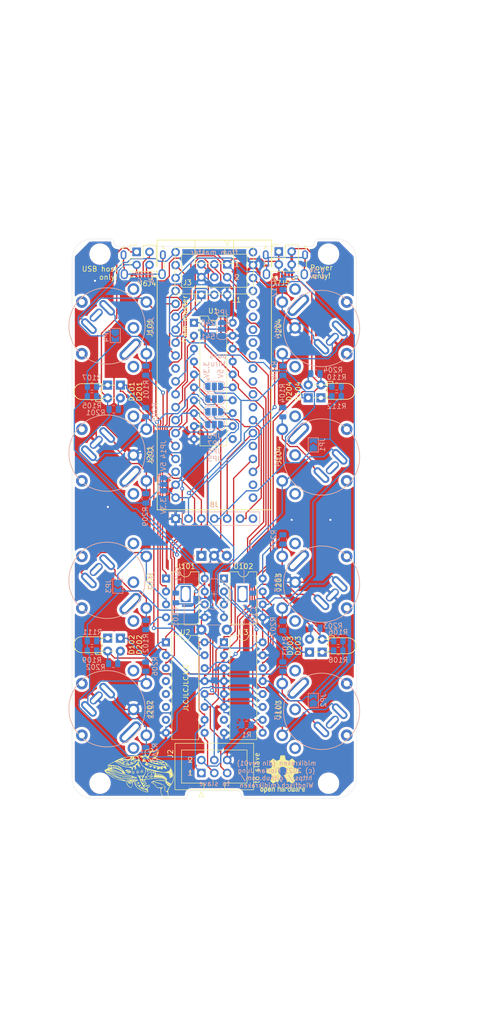
<source format=kicad_pcb>
(kicad_pcb (version 20211014) (generator pcbnew)
  (title_block (title "Midikraken DIN board") (rev "01") (company "Windfisch") (comment 1 "the terms of the CERN-OHL-S v2 (https://ohwr.org/cern_ohl_s_v2.txt).") (comment 2 "You may redistribute and modify this source and make products using it under") (comment 3 "This source describes Open Hardware and is licensed under the CERN-OHL-S v2.") (comment 4 "Copyright (c) 2021 Florian Jung."))
  (layers (0 "F.Cu" signal) (31 "B.Cu" signal) (34 "B.Paste" user) (35 "F.Paste" user) (36 "B.SilkS" user "B.Silkscreen") (37 "F.SilkS" user "F.Silkscreen") (38 "B.Mask" user) (39 "F.Mask" user) (44 "Edge.Cuts" user))
  (net 0 "")
  (net 1 "+5V")
  (net 2 "GND")
  (net 3 "+3V3")
  (net 4 "Net-(A1-PadPC14)")
  (net 5 "Net-(A1-PadPB5)")
  (net 6 "MISO_MIDI")
  (net 7 "Net-(A1-PadPB3)")
  (net 8 "Net-(A1-PadPA10)")
  (net 9 "Net-(A1-PadPA9)")
  (net 10 "Net-(A1-PadPB14)")
  (net 11 "Net-(A1-PadPB12)")
  (net 12 "VCC")
  (net 13 "Net-(D101-Pad1)")
  (net 14 "Net-(D102-Pad1)")
  (net 15 "Net-(D103-Pad1)")
  (net 16 "Net-(D104-Pad1)")
  (net 17 "Net-(D201-Pad2)")
  (net 18 "out0")
  (net 19 "Net-(D202-Pad2)")
  (net 20 "out1")
  (net 21 "Net-(D203-Pad2)")
  (net 22 "out2")
  (net 23 "Net-(D204-Pad2)")
  (net 24 "out3")
  (net 25 "MIDI_MISO_CHAIN")
  (net 26 "STROBE_MIDI_5")
  (net 27 "SCK_MIDI_5")
  (net 28 "MIDI_MOSI_CHAIN")
  (net 29 "MOSI_MIDI_5")
  (net 30 "Net-(J101-Pad4)")
  (net 31 "Net-(J101-Pad5)")
  (net 32 "Net-(J102-Pad4)")
  (net 33 "Net-(J102-Pad5)")
  (net 34 "Net-(J103-Pad4)")
  (net 35 "Net-(J103-Pad5)")
  (net 36 "Net-(J104-Pad4)")
  (net 37 "Net-(J104-Pad5)")
  (net 38 "Net-(J201-Pad4)")
  (net 39 "Net-(J201-Pad5)")
  (net 40 "Net-(J202-Pad4)")
  (net 41 "Net-(J202-Pad5)")
  (net 42 "Net-(J203-Pad4)")
  (net 43 "Net-(J203-Pad5)")
  (net 44 "Net-(J204-Pad4)")
  (net 45 "Net-(J204-Pad5)")
  (net 46 "in3")
  (net 47 "in2")
  (net 48 "in1")
  (net 49 "in0")
  (net 50 "Net-(JP9-Pad2)")
  (net 51 "Net-(R101-Pad1)")
  (net 52 "Net-(R102-Pad1)")
  (net 53 "Net-(R103-Pad1)")
  (net 54 "Net-(R104-Pad1)")
  (net 55 "PB9")
  (net 56 "PB8")
  (net 57 "PB7")
  (net 58 "PB6")
  (net 59 "Net-(JP5-Pad3)")
  (net 60 "Net-(JP6-Pad3)")
  (net 61 "Net-(JP7-Pad3)")
  (net 62 "Net-(JP8-Pad3)")
  (net 63 "USB_DP")
  (net 64 "USB_DM")
  (net 65 "USB_ID")
  (net 66 "Net-(J4-Pad6)")
  (net 67 "Net-(J5-Pad6)")
  (net 68 "PA2")
  (net 69 "PA1")
  (net 70 "PC15")
  (net 71 "PB15")
  (net 72 "PB13")
  (footprint "Connector_USB:USB_Micro-B_Wuerth_629105150521" (layer "F.Cu") (at 105 26.1 180)
    (fp_text reference "J5")
    (fp_text value "USB_B_Micro")
  )
  (footprint "LED_THT:LED_D3.0mm_Horizontal_O3.81mm_Z6.0mm" (layer "F.Cu") (at 109.75 102.25 90)
    (fp_text reference "D203")
    (fp_text value "yellow")
  )
  (footprint "Connector_PinHeader_2.54mm:PinHeader_2x02_P2.54mm_Vertical" (layer "F.Cu") (at 75.7 23.56)
    (fp_text reference "J6")
    (fp_text value "Conn_02x02_Odd_Even")
  )
  (footprint "Connector_USB:USB_Micro-B_Wuerth_629105150521" (layer "F.Cu") (at 77 26.1 180)
    (fp_text reference "J4")
    (fp_text value "USB_B_Micro")
  )
  (footprint "footprints:DIN5" (layer "F.Cu") (at 112 38.5 -90)
    (fp_text reference "J204")
    (fp_text value "DIN-5_180degree")
  )
  (footprint "Connector_PinHeader_2.54mm:PinHeader_1x03_P2.54mm_Horizontal" (layer "F.Cu") (at 88.46 32 90)
    (fp_text reference "J1")
    (fp_text value "Conn_01x03_Male")
  )
  (footprint "LED_THT:LED_D3.0mm_Horizontal_O3.81mm_Z6.0mm" (layer "F.Cu") (at 72.5 49.75 -90)
    (fp_text reference "D201")
    (fp_text value "yellow")
  )
  (footprint "footprints:DIN5" (layer "F.Cu") (at 112 88.5 -90)
    (fp_text reference "J203")
    (fp_text value "DIN-5_180degree")
  )
  (footprint "Package_DIP:DIP-20_W7.62mm" (layer "F.Cu") (at 87 37.5)
    (fp_text reference "U1")
    (fp_text value "74HCT245")
  )
  (footprint "windfisch:windfisch_smaller" (layer "F.Cu") (at 76.522 125.008 -15)
    (fp_text reference "wf" hide)
    (fp_text value "LOGO" hide)
  )
  (footprint "footprints:DIN5" (layer "F.Cu") (at 112 63.5 -90)
    (fp_text reference "J104")
    (fp_text value "DIN-5_180degree")
  )
  (footprint "Symbol:OSHW-Logo2_9.8x8mm_SilkScreen" (layer "F.Cu") (at 104.462 126.25)
    (fp_text reference "oh" hide)
    (fp_text value "OSHW-Logo2_9.8x8mm_SilkScreen" hide)
  )
  (footprint "LED_THT:LED_D3.0mm_Horizontal_O3.81mm_Z6.0mm" (layer "F.Cu") (at 72.5 99.5 -90)
    (fp_text reference "D202")
    (fp_text value "yellow")
  )
  (footprint "footprints:DIN5" (layer "F.Cu") (at 70 88.5 90)
    (fp_text reference "J102")
    (fp_text value "DIN-5_180degree")
  )
  (footprint "LED_THT:LED_D3.0mm_Horizontal_O3.81mm_Z6.0mm" (layer "F.Cu") (at 109.5 52.25 90)
    (fp_text reference "D204")
    (fp_text value "yellow")
  )
  (footprint "footprints:DIN5" (layer "F.Cu") (at 70 63.5 90)
    (fp_text reference "J201")
    (fp_text value "DIN-5_180degree")
  )
  (footprint "footprints:DIN5" (layer "F.Cu") (at 70 113.5 90)
    (fp_text reference "J202")
    (fp_text value "DIN-5_180degree")
  )
  (footprint "MountingHole:MountingHole_3.2mm_M3_DIN965" (layer "F.Cu") (at 68.5 24)
    (fp_text reference "hole1" hide)
    (fp_text value "MountingHole_3.2mm_M3_DIN965")
  )
  (footprint "footprints:BLUEPILL-blackpill" (layer "F.Cu") (at 91 47.75)
    (fp_text reference "A1")
    (fp_text value "BluePill")
  )
  (footprint "MountingHole:MountingHole_3.2mm_M3_DIN965" (layer "F.Cu") (at 113.5 128)
    (fp_text reference "hole3" hide)
    (fp_text value "MountingHole_3.2mm_M3_DIN965")
  )
  (footprint "LED_THT:LED_D3.0mm_Horizontal_O1.27mm_Z2.0mm" (layer "F.Cu") (at 70 49.75 -90)
    (fp_text reference "D101")
    (fp_text value "LED")
  )
  (footprint "Package_DIP:DIP-8_W7.62mm" (layer "F.Cu") (at 92.905 87.78)
    (fp_text reference "U102")
    (fp_text value "HCPL-2630")
  )
  (footprint "LED_THT:LED_D3.0mm_Horizontal_O1.27mm_Z2.0mm" (layer "F.Cu") (at 70 99.5 -90)
    (fp_text reference "D102")
    (fp_text value "LED")
  )
  (footprint "footprints:DIN5" (layer "F.Cu") (at 112 113.5 -90)
    (fp_text reference "J103")
    (fp_text value "DIN-5_180degree")
  )
  (footprint "Connector_IDC:IDC-Header_2x03_P2.54mm_Vertical" (layer "F.Cu") (at 88.46 126 90)
    (fp_text reference "J2")
    (fp_text value "Conn_02x03_Odd_Even")
  )
  (footprint "MountingHole:MountingHole_3.2mm_M3_DIN965" (layer "F.Cu") (at 113.5 24)
    (fp_text reference "hole2" hide)
    (fp_text value "MountingHole_3.2mm_M3_DIN965")
  )
  (footprint "MountingHole:MountingHole_3.2mm_M3_DIN965" (layer "F.Cu") (at 68.5 128)
    (fp_text reference "hole4" hide)
    (fp_text value "MountingHole_3.2mm_M3_DIN965")
  )
  (footprint "LED_THT:LED_D3.0mm_Horizontal_O1.27mm_Z2.0mm" (layer "F.Cu") (at 112 52.25 90)
    (fp_text reference "D104")
    (fp_text value "LED")
  )
  (footprint "LED_THT:LED_D3.0mm_Horizontal_O1.27mm_Z2.0mm" (layer "F.Cu") (at 112.25 102.25 90)
    (fp_text reference "D103")
    (fp_text value "LED")
  )
  (footprint "Connector_PinHeader_2.54mm:PinHeader_2x02_P2.54mm_Vertical" (layer "F.Cu") (at 103.7 23.5)
    (fp_text reference "J7")
    (fp_text value "Conn_02x02_Odd_Even")
  )
  (footprint "Connector_IDC:IDC-Header_2x03_P2.54mm_Vertical" (layer "F.Cu") (at 93.54 26 -90)
    (fp_text reference "J3")
    (fp_text value "Conn_02x03_Odd_Even")
  )
  (footprint "Package_DIP:DIP-8_W7.62mm" (layer "F.Cu") (at 81.5 87.78)
    (fp_text reference "U101")
    (fp_text value "HCPL-2630")
  )
  (footprint "footprints:DIN5" (layer "F.Cu") (at 70 38.5 90)
    (fp_text reference "J101")
    (fp_text value "DIN-5_180degree")
  )
  (footprint "Package_DIP:DIP-16_W7.62mm" (layer "F.Cu") (at 81.475 100.31)
    (fp_text reference "U2")
    (fp_text value "74HC595")
  )
  (footprint "Package_DIP:DIP-16_W7.62mm" (layer "F.Cu") (at 92.905 100.31)
    (fp_text reference "U3")
    (fp_text value "74HC165")
  )
  (footprint "Resistor_SMD:R_0805_2012Metric" (layer "B.Cu") (at 104.5 55.0875 -90)
    (fp_text reference "R104")
    (fp_text value "220")
  )
  (footprint "Jumper:SolderJumper-3_P1.3mm_Open_RoundedPad1.0x1.5mm" (layer "B.Cu") (at 91 55)
    (fp_text reference "JP6")
    (fp_text value "SolderJumper_3_Open")
  )
  (footprint "Jumper:SolderJumper-3_P1.3mm_Open_RoundedPad1.0x1.5mm" (layer "B.Cu") (at 91 50)
    (fp_text reference "JP8")
    (fp_text value "SolderJumper_3_Open")
  )
  (footprint "Jumper:SolderJumper-3_P1.3mm_Open_RoundedPad1.0x1.5mm" (layer "B.Cu") (at 91 52.5)
    (fp_text reference "JP7")
    (fp_text value "SolderJumper_3_Open")
  )
  (footprint "Jumper:SolderJumper-2_P1.3mm_Open_TrianglePad1.0x1.5mm" (layer "B.Cu") (at 110.5 111.725 90)
    (fp_text reference "JP2")
    (fp_text value "SolderJumper_2_Open")
  )
  (footprint "Resistor_SMD:R_0805_2012Metric" (layer "B.Cu") (at 77.5 121.912 -90)
    (fp_text reference "R210")
    (fp_text value "220")
  )
  (footprint "Jumper:SolderJumper-2_P1.3mm_Open_TrianglePad1.0x1.5mm" (layer "B.Cu") (at 72 89.275 -90)
    (fp_text reference "JP3")
    (fp_text value "SolderJumper_2_Open")
  )
  (footprint "Resistor_SMD:R_0805_2012Metric" (layer "B.Cu") (at 115.088 50)
    (fp_text reference "R110")
    (fp_text value "1k")
  )
  (footprint "Resistor_SMD:R_0805_2012Metric" (layer "B.Cu") (at 104.5 30.0875 90)
    (fp_text reference "R212")
    (fp_text value "220")
  )
  (footprint "Resistor_SMD:R_0805_2012Metric" (layer "B.Cu") (at 104.5 46.9125 -90)
    (fp_text reference "R208")
    (fp_text value "220")
  )
  (footprint "Resistor_SMD:R_0805_2012Metric" (layer "B.Cu") (at 104.5 80.0875 90)
    (fp_text reference "R211")
    (fp_text value "220")
  )
  (footprint "footprints:din5-frickel" (layer "B.Cu") (at 67.75 111.25 -135)
    (fp_text reference "J212")
    (fp_text value "do not equip")
  )
  (footprint "Resistor_SMD:R_0805_2012Metric" (layer "B.Cu") (at 71.0875 104.5)
    (fp_text reference "R202")
    (fp_text value "1k")
  )
  (footprint "Resistor_SMD:R_0805_2012Metric" (layer "B.Cu") (at 71.2015 54.5)
    (fp_text reference "R201")
    (fp_text value "1k")
  )
  (footprint "Jumper:SolderJumper-3_P1.3mm_Open_RoundedPad1.0x1.5mm" (layer "B.Cu") (at 91 57.5)
    (fp_text reference "JP5")
    (fp_text value "SolderJumper_3_Open")
  )
  (footprint "Jumper:SolderJumper-3_P1.3mm_Open_RoundedPad1.0x1.5mm" (layer "B.Cu") (at 92.5 38.75 -90)
    (fp_text reference "JP9")
    (fp_text value "SolderJumper_3_Bridged12")
  )
  (footprint "footprints:din5-frickel" (layer "B.Cu") (at 67.75 86 -135)
    (fp_text reference "J112")
    (fp_text value "do not equip")
  )
  (footprint "Resistor_SMD:R_0805_2012Metric" (layer "B.Cu") (at 77.5 55.0875 90)
    (fp_text reference "R205")
    (fp_text value "220")
  )
  (footprint "Connector_PinHeader_2.54mm:PinHeader_1x07_P2.54mm_Vertical" (layer "B.Cu") (at 83.38 76 -90)
    (fp_text reference "J8")
    (fp_text value "Conn_01x07")
  )
  (footprint "footprints:din5-frickel" (layer "B.Cu") (at 67.75 61 -135)
    (fp_text reference "J211")
    (fp_text value "do not equip")
  )
  (footprint "Resistor_SMD:R_0805_2012Metric" (layer "B.Cu") (at 110.912 47.5 180)
    (fp_text reference "R204")
    (fp_text value "1k")
  )
  (footprint "footprints:din5-frickel" (layer "B.Cu") (at 114.25 91 45)
    (fp_text reference "J213")
    (fp_text value "do not equip")
  )
  (footprint "footprints:din5-frickel" (layer "B.Cu") (at 114.25 116 45)
    (fp_text reference "J113")
    (fp_text value "do not equip")
  )
  (footprint "footprints:din5-frickel" (layer "B.Cu") (at 114.25 66 45)
    (fp_text reference "J114")
    (fp_text value "do not equip")
  )
  (footprint "Resistor_SMD:R_0805_2012Metric" (layer "B.Cu") (at 110.912 97.5 180)
    (fp_text reference "R203")
    (fp_text value "1k")
  )
  (footprint "footprints:din5-frickel" (layer "B.Cu") (at 114.25 40.75 45)
    (fp_text reference "J214")
    (fp_text value "do not equip")
  )
  (footprint "Rotary_Encoder:RotaryEncoder_Alps_EC11E-Switch_Vertical_H20mm" (layer "B.Cu") (at 88.46 83.316 -90)
    (fp_text reference "SW1")
    (fp_text value "Rotary_Encoder_Switch")
  )
  (footprint "Capacitor_SMD:C_0805_2012Metric" (layer "B.Cu") (at 98.62 91.59 90)
    (fp_text reference "C102")
    (fp_text value "100n")
  )
  (footprint "Jumper:SolderJumper-3_P1.3mm_Open_RoundedPad1.0x1.5mm" (layer "B.Cu") (at 81 69.25 -90)
    (fp_text reference "JP14")
    (fp_text value "SolderJumper_3_Bridged12")
  )
  (footprint "footprints:din5-frickel" (layer "B.Cu") (at 67.75 36 -135)
    (fp_text reference "J111")
    (fp_text value "do not equip")
  )
  (footprint "Resistor_SMD:R_0805_2012Metric" (layer "B.Cu") (at 104.5 105.088 -90)
    (fp_text reference "R103")
    (fp_text value "220")
  )
  (footprint "Capacitor_SMD:C_0805_2012Metric" (layer "B.Cu") (at 83.38 91.59 90)
    (fp_text reference "C101")
    (fp_text value "100n")
  )
  (footprint "Resistor_SMD:R_0805_2012Metric" (layer "B.Cu") (at 66.9125 100 180)
    (fp_text reference "R111")
    (fp_text value "220")
  )
  (footprint "Resistor_SMD:R_0805_2012Metric" (layer "B.Cu") (at 77.5 96.9125 90)
    (fp_text reference "R102")
    (fp_text value "220")
  )
  (footprint "Resistor_SMD:R_0805_2012Metric" (layer "B.Cu") (at 97.35 116.55)
    (fp_text reference "R1")
    (fp_text value "R")
  )
  (footprint "Resistor_SMD:R_0805_2012Metric" (layer "B.Cu") (at 115.412 102)
    (fp_text reference "R108")
    (fp_text value "220")
  )
  (footprint "Jumper:SolderJumper-2_P1.3mm_Open_TrianglePad1.0x1.5mm" (layer "B.Cu") (at 110.5 61.5 90)
    (fp_text reference "JP1")
    (fp_text value "SolderJumper_2_Open")
  )
  (footprint "Resistor_SMD:R_0805_2012Metric" (layer "B.Cu") (at 77.5 46.9125 90)
    (fp_text reference "R101")
    (fp_text value "220")
  )
  (footprint "Jumper:SolderJumper-2_P1.3mm_Open_TrianglePad1.0x1.5mm" (layer "B.Cu") (at 71.5 40 -90)
    (fp_text reference "JP4")
    (fp_text value "SolderJumper_2_Open")
  )
  (footprint "Resistor_SMD:R_0805_2012Metric" (layer "B.Cu") (at 66.9125 102 180)
    (fp_text reference "R109")
    (fp_text value "1k")
  )
  (footprint "Resistor_SMD:R_0805_2012Metric" (layer "B.Cu") (at 66.9125 50 180)
    (fp_text reference "R107")
    (fp_text value "220")
  )
  (footprint "Resistor_SMD:R_0805_2012Metric" (layer "B.Cu") (at 77.5 72 -90)
    (fp_text reference "R209")
    (fp_text value "220")
  )
  (footprint "Resistor_SMD:R_0805_2012Metric" (layer "B.Cu") (at 115.088 52)
    (fp_text reference "R112")
    (fp_text value "220")
  )
  (footprint "Resistor_SMD:R_0805_2012Metric" (layer "B.Cu") (at 77.5 105.088 90)
    (fp_text reference "R206")
    (fp_text value "220")
  )
  (footprint "Resistor_SMD:R_0805_2012Metric" (layer "B.Cu") (at 104.5 97.0875 -90)
    (fp_text reference "R207")
    (fp_text value "220")
  )
  (footprint "Resistor_SMD:R_0805_2012Metric" (layer "B.Cu") (at 66.9125 52 180)
    (fp_text reference "R105")
    (fp_text value "1k")
  )
  (footprint "Resistor_SMD:R_0805_2012Metric" (layer "B.Cu") (at 115.412 100)
    (fp_text reference "R106")
    (fp_text value "1k")
  )
  (gr_arc (start 72 22.5) (mid 71.46967 22.28033) (end 71.25 21.75) (layer "Edge.Cuts") (width 0.05))
  (gr_line (start 111.5 21) (end 115 21) (layer "Edge.Cuts") (width 0.05))
  (gr_arc (start 115 21) (mid 117.828427 22.171573) (end 119 25) (layer "Edge.Cuts") (width 0.05))
  (gr_arc (start 67 131) (mid 64.171573 129.828427) (end 63 127) (layer "Edge.Cuts") (width 0.05))
  (gr_arc (start 70.5 21) (mid 71.03033 21.21967) (end 71.25 21.75) (layer "Edge.Cuts") (width 0.05))
  (gr_arc (start 63 25) (mid 64.171573 22.171573) (end 67 21) (layer "Edge.Cuts") (width 0.05))
  (gr_arc (start 119 127) (mid 117.828427 129.828427) (end 115 131) (layer "Edge.Cuts") (width 0.05))
  (gr_line (start 119 127) (end 119 25) (layer "Edge.Cuts") (width 0.05))
  (gr_line (start 63 25) (end 63 127) (layer "Edge.Cuts") (width 0.05))
  (gr_line (start 97 131) (end 115 131) (layer "Edge.Cuts") (width 0.05))
  (gr_line (start 86.5 22.5) (end 95.5 22.5) (layer "Edge.Cuts") (width 0.05))
  (gr_line (start 67 131) (end 85 131) (layer "Edge.Cuts") (width 0.05))
  (gr_arc (start 85.75 130.25) (mid 85.96967 129.71967) (end 86.5 129.5) (layer "Edge.Cuts") (width 0.05))
  (gr_line (start 86.5 129.5) (end 95.5 129.5) (layer "Edge.Cuts") (width 0.05))
  (gr_arc (start 95.5 129.5) (mid 96.03033 129.71967) (end 96.25 130.25) (layer "Edge.Cuts") (width 0.05))
  (gr_arc (start 85.75 130.25) (mid 85.53033 130.78033) (end 85 131) (layer "Edge.Cuts") (width 0.05))
  (gr_arc (start 110.75 21.75) (mid 110.96967 21.21967) (end 111.5 21) (layer "Edge.Cuts") (width 0.05))
  (gr_line (start 67 21) (end 70.5 21) (layer "Edge.Cuts") (width 0.05))
  (gr_arc (start 110.75 21.75) (mid 110.53033 22.28033) (end 110 22.5) (layer "Edge.Cuts") (width 0.05))
  (gr_arc (start 97 131) (mid 96.46967 130.78033) (end 96.25 130.25) (layer "Edge.Cuts") (width 0.05))
  (gr_line (start 95.5 22.5) (end 110 22.5) (layer "Edge.Cuts") (width 0.05))
  (gr_line (start 72 22.5) (end 86.5 22.5) (layer "Edge.Cuts") (width 0.05))
  (gr_text "5V" (at 92.25 47.5 90) (layer "B.SilkS") (effects (font (size 1 1)) (justify mirror)))
  (gr_text "3.3V" (at 89.5 46.75 90) (layer "B.SilkS") (effects (font (size 1 1)) (justify mirror)))
  (gr_text "245" (at 89.75 37.5) (layer "B.SilkS") (effects (font (size 1 1)) (justify mirror)))
  (gr_text "541" (at 89.75 40.25) (layer "B.SilkS") (effects (font (size 1 1)) (justify mirror)))
  (gr_text "midikraken (din rev01)\n(c) 2021 Florian Jung\nhttps://github.com/\nWindfisch/midikraken" (at 103.25 126.25) (layer "B.SilkS") (effects (font (size 0.9 0.9)) (justify mirror)))
  (gr_text "5V" (at 81 65.75 90) (layer "B.SilkS") (effects (font (size 1 1)) (justify mirror)))
  (gr_text "pass\nthru" (at 91.75 44.75) (layer "B.SilkS") (effects (font (size 1 1)) (justify mirror)))
  (gr_text "3.3V" (at 81 73.5 90) (layer "B.SilkS") (effects (font (size 1 1)) (justify mirror)))
  (gr_text "to slave" (at 91 128.056) (layer "B.SilkS") (effects (font (size 1 1)) (justify mirror)))
  (gr_text "from master" (at 91 23.662) (layer "B.SilkS") (effects (font (size 1 1)) (justify mirror)))
  (gr_text "5V" (at 76.268 27.98) (layer "B.SilkS") (effects (font (size 0.8 0.8)) (justify mirror)))
  (gr_text "5V" (at 110.558 27.218) (layer "B.SilkS") (effects (font (size 0.8 0.8)) (justify mirror)))
  (gr_text "G" (at 112.336 27.218) (layer "B.SilkS") (effects (font (size 0.8 0.8)) (justify mirror)))
  (gr_text "G" (at 112.336 28.488) (layer "B.SilkS") (effects (font (size 0.8 0.8)) (justify mirror)))
  (gr_text "5V" (at 110.558 28.488) (layer "B.SilkS") (effects (font (size 0.8 0.8)) (justify mirror)))
  (gr_text "1" (at 95.385 26) (layer "B.SilkS") (effects (font (size 1 1)) (justify mirror)))
  (gr_text "2" (at 95.385 28.54) (layer "B.SilkS") (effects (font (size 1 1)) (justify mirror)))
  (gr_text "1" (at 86.175 126) (layer "B.SilkS") (effects (font (size 1 1)) (justify mirror)))
  (gr_text "2" (at 86.17 123.44) (layer "B.SilkS") (effects (font (size 1 1)) (justify mirror)))
  (gr_text "d-" (at 78.3 29.25) (layer "B.SilkS") (effects (font (size 0.8 0.8)) (justify mirror)))
  (gr_text "d+" (at 78.3 27.98) (layer "B.SilkS") (effects (font (size 0.8 0.8)) (justify mirror)))
  (gr_text "G" (at 76.268 29.25) (layer "B.SilkS") (effects (font (size 0.8 0.8)) (justify mirror)))
  (gr_text "from master" (at 85.2 36.8 90) (layer "F.SilkS") (effects (font (size 1 1))))
  (gr_text "to slave" (at 99.382 125.008 90) (layer "F.SilkS") (effects (font (size 1 1))))
  (gr_text "2" (at 86.305 123.44) (layer "F.SilkS") (effects (font (size 1 1))))
  (gr_text "1" (at 86.3 126) (layer "F.SilkS") (effects (font (size 1 1))))
  (gr_text "2" (at 95.505 28.54) (layer "F.SilkS") (effects (font (size 1 1))))
  (gr_text "Power\nonly!" (at 112.1 27.472) (layer "F.SilkS") (effects (font (size 1 1))))
  (gr_text "JLCJLCJLCJLC" (at 85.412 109.26 90) (layer "F.SilkS") (effects (font (size 0.9 0.9) (thickness 0.16))))
  (gr_text "1" (at 95.505 26) (layer "F.SilkS") (effects (font (size 1 1))))
  (gr_text "USB host\nonly!" (at 72 27.726) (layer "F.SilkS") (effects (font (size 1 1)) (justify right)))
  (segment (start 82.23 67.95) (end 83.38 66.8) (width 0.25) (layer "B.Cu") (net 1))
  (segment (start 81 67.95) (end 82.23 67.95) (width 0.25) (layer "B.Cu") (net 1))
  (segment (start 100.525 102.85) (end 100.525 101.7247) (width 0.25) (layer "F.Cu") (net 2))
  (segment (start 75.7 28.9753) (end 74.8466 28.9753) (width 0.25) (layer "F.Cu") (net 2))
  (segment (start 106.24 23.5) (end 106.81501 22.92499) (width 0.25) (layer "F.Cu") (net 2))
  (segment (start 70.045 63.295) (end 70.045 73.7) (width 0.25) (layer "F.Cu") (net 2))
  (segment (start 70 113.5) (end 67.75 111.25) (width 0.25) (layer "F.Cu") (net 2))
  (segment (start 93.4947 33.2206) (end 93.4947 38.0708) (width 0.25) (layer "F.Cu") (net 2))
  (segment (start 71.2501 56.0029) (end 69.5826 57.6704) (width 0.25) (layer "F.Cu") (net 2))
  (segment (start 90.2203 105.9608) (end 89.3764 106.8047) (width 0.25) (layer "F.Cu") (net 2))
  (segment (start 99.9846 27.5246) (end 98.62 26.16) (width 0.25) (layer "F.Cu") (net 2))
  (segment (start 100.525 95.4) (end 100.525 96.5253) (width 0.25) (layer "F.Cu") (net 2))
  (segment (start 72.5416 31.2803) (end 72.5416 36.7811) (width 0.25) (layer "F.Cu") (net 2))
  (segment (start 92.905 107.93) (end 92.905 105.39) (width 0.25) (layer "F.Cu") (net 2))
  (segment (start 111.5746 38.0746) (end 111.5746 27.5996) (width 0.25) (layer "F.Cu") (net 2))
  (segment (start 106.92 88.5) (end 113.86 81.56) (width 0.25) (layer "F.Cu") (net 2))
  (segment (start 74.8466 28.9753) (end 72.5416 31.2803) (width 0.25) (layer "F.Cu") (net 2))
  (segment (start 93.54 33.1753) (end 93.4947 33.2206) (width 0.25) (layer "F.Cu") (net 2))
  (segment (start 82.186 70.534) (end 83.38 69.34) (width 0.25) (layer "F.Cu") (net 2))
  (segment (start 92.905 119.2153) (end 93.54 119.8503) (width 0.25) (layer "F.Cu") (net 2))
  (segment (start 103.7 28) (end 103.7 28.9753) (width 0.25) (layer "F.Cu") (net 2))
  (segment (start 87 60.36) (end 87 57.82) (width 0.25) (layer "F.Cu") (net 2))
  (segment (start 93.54 119.8503) (end 93.54 123.46) (width 0.25) (layer "F.Cu") (net 2))
  (segment (start 88.46 96.06) (end 88.46 97.816) (width 0.25) (layer "F.Cu") (net 2))
  (segment (start 68.6694 57.6704) (end 67.75 58.5898) (width 0.25) (layer "F.Cu") (net 2))
  (segment (start 102.9046 29.7707) (end 103.7 28.9753) (width 0.25) (layer "F.Cu") (net 2))
  (segment (start 106.24 23.5) (end 106.24 26.04) (width 0.25) (layer "F.Cu") (net 2))
  (segment (start 102.9046 29.7707) (end 101.2687 29.7707) (width 0.25) (layer "F.Cu") (net 2))
  (segment (start 100.8063 101.7247) (end 101.6503 100.8807) (width 0.25) (layer "F.Cu") (net 2))
  (segment (start 88.46 97.816) (end 90.2203 99.5763) (width 0.25) (layer "F.Cu") (net 2))
  (segment (start 111.75 88.5) (end 114.25 91) (width 0.25) (layer "F.Cu") (net 2))
  (segment (start 89.095 107.93) (end 89.095 106.8047) (width 0.25) (layer "F.Cu") (net 2))
  (segment (start 67.75 61) (end 67.75 42.83) (width 0.25) (layer "F.Cu") (net 2))
  (segment (start 67.75 58.5898) (end 67.75 61) (width 0.25) (layer "F.Cu") (net 2))
  (segment (start 99.9846 28.4866) (end 99.9846 27.5246) (width 0.25) (layer "F.Cu") (net 2))
  (segment (start 82.186 73.6307) (end 82.186 70.534) (width 0.25) (layer "F.Cu") (net 2))
  (segment (start 69.5826 57.6704) (end 68.6694 57.6704) (width 0.25) (layer "F.Cu") (net 2))
  (segment (start 83.38 74.8247) (end 82.186 73.6307) (width 0.25) (layer "F.Cu") (net 2))
  (segment (start 106.92 88.5) (end 111.75 88.5) (width 0.25) (layer "F.Cu") (net 2))
  (segment (start 71.2501 38.0726) (end 71.2501 56.0029) (width 0.25) (layer "F.Cu") (net 2))
  (segment (start 93.4947 38.0708) (end 94.3386 38.9147) (width 0.25) (layer "F.Cu") (net 2))
  (segment (start 111.5746 25.251794) (end 111.5746 27.5996) (width 0.25) (layer "F.Cu") (net 2))
  (segment (start 83.38 76) (end 83.38 74.8247) (width 0.25) (layer "F.Cu") (net 2))
  (segment (start 67.505 33.840823) (end 67.505 29.25) (width 0.25) (layer "F.Cu") (net 2))
  (segment (start 75.08 63.5) (end 75.08 63.1678) (width 0.25) (layer "F.Cu") (net 2))
  (segment (start 100.525 101.7247) (end 100.8063 101.7247) (width 0.25) (layer "F.Cu") (net 2))
  (segment (start 75.7 28) (end 75.7 28.9753) (width 0.25) (layer "F.Cu") (net 2))
  (segment (start 94.3386 38.9147) (end 94.62 38.9147) (width 0.25) (layer "F.Cu") (net 2))
  (segment (start 92.905 118.09) (end 92.905 119.2153) (width 0.25) (layer "F.Cu") (net 2))
  (segment (start 75.7 26.1) (end 75.7 28) (width 0.25) (layer "F.Cu") (net 2))
  (segment (start 92.905 110.47) (end 92.905 107.93) (width 0.25) (layer "F.Cu") (net 2))
  (segment (start 106.92 38.5) (end 102.9046 34.4846) (width 0.25) (layer "F.Cu") (net 2))
  (segment (start 64.33 37.015823) (end 67.505 33.840823) (width 0.25) (layer "F.Cu") (net 2))
  (segment (start 109.247796 22.92499) (end 111.5746 25.251794) (width 0.25) (layer "F.Cu") (net 2))
  (segment (start 67.75 61) (end 70.045 63.295) (width 0.25) (layer "F.Cu") (net 2))
  (segment (start 93.54 32) (end 93.54 33.1753) (width 0.25) (layer "F.Cu") (net 2))
  (segment (start 113.86 81.56) (end 113.86 76.24) (width 0.25) (layer "F.Cu") (net 2))
  (segment (start 64.33 39.41) (end 64.33 37.015823) (width 0.25) (layer "F.Cu") (net 2))
  (segment (start 75.08 113.5) (end 70 113.5) (width 0.25) (layer "F.Cu") (net 2))
  (segment (start 113.86 76.24) (end 106.24 76.24) (width 0.25) (layer "F.Cu") (net 2))
  (segment (start 89.3764 106.8047) (end 89.095 106.8047) (width 0.25) (layer "F.Cu") (net 2))
  (segment (start 101.6503 97.6506) (end 100.525 96.5253) (width 0.25) (layer "F.Cu") (net 2))
  (segment (start 89.12 95.4) (end 88.46 96.06) (width 0.25) (layer "F.Cu") (net 2))
  (segment (start 67.75 42.83) (end 64.33 39.41) (width 0.25) (layer "F.Cu") (net 2))
  (segment (start 101.6503 100.8807) (end 101.6503 97.6506) (width 0.25) (layer "F.Cu") (net 2))
  (segment (start 92.905 113.01) (end 92.905 110.47) (width 0.25) (layer "F.Cu") (net 2))
  (segment (start 114.25 40.75) (end 111.5746 38.0746) (width 0.25) (layer "F.Cu") (net 2))
  (segment (start 75.08 63.1678) (end 69.5826 57.6704) (width 0.25) (layer "F.Cu") (net 2))
  (segment (start 102.9046 34.4846) (end 102.9046 29.7707) (width 0.25) (layer "F.Cu") (net 2))
  (segment (start 72.5416 36.7811) (end 71.2501 38.0726) (width 0.25) (layer "F.Cu") (net 2))
  (segment (start 90.2203 99.5763) (end 90.2203 105.9608) (width 0.25) (layer "F.Cu") (net 2))
  (segment (start 101.2687 29.7707) (end 99.9846 28.4866) (width 0.25) (layer "F.Cu") (net 2))
  (segment (start 106.81501 22.92499) (end 109.247796 22.92499) (width 0.25) (layer "F.Cu") (net 2))
  (segment (start 94.62 40.04) (end 94.62 38.9147) (width 0.25) (layer "F.Cu") (net 2))
  (via (at 67.505 29.25) (size 0.8) (drill 0.4) (layers "F.Cu" "B.Cu") (net 2))
  (via (at 70.045 73.7) (size 0.8) (drill 0.4) (layers "F.Cu" "B.Cu") (net 2))
  (via (at 106.24 76.24) (size 0.8) (drill 0.4) (layers "F.Cu" "B.Cu") (net 2))
  (via (at 113.86 76.24) (size 0.8) (drill 0.4) (layers "F.Cu" "B.Cu") (net 2))
  (via (at 111.5746 27.5996) (size 0.8) (drill 0.4) (layers "F.Cu" "B.Cu") (net 2))
  (segment (start 96.4375 116.55) (end 94.8975 118.09) (width 0.25) (layer "B.Cu") (net 2))
  (segment (start 83.5875 92.7475) (end 87.4323 92.7475) (width 0.25) (layer "B.Cu") (net 2))
  (segment (start 112.4247 44.1123) (end 106.92 38.6076) (width 0.25) (layer "B.Cu") (net 2))
  (segment (start 94.0228 114.1353) (end 96.4375 116.55) (width 0.25) (layer "B.Cu") (net 2))
  (segment (start 75.7625 114.1825) (end 75.08 113.5) (width 0.25) (layer "B.Cu") (net 2))
  (segment (start 87.1168 29.8832) (end 88.46 28.54) (width 0.25) (layer "B.Cu") (net 2))
  (segment (start 100.525 102.85) (end 99.3997 102.85) (width 0.25) (layer "B.Cu") (net 2))
  (segment (start 81.7564 116.9647) (end 81.475 116.9647) (width 0.25) (layer "B.Cu") (net 2))
  (segment (start 79.3101 29.8832) (end 87.1168 29.8832) (width 0.25) (layer "B.Cu") (net 2))
  (segment (start 72.776 29.2754) (end 78.7023 29.2754) (width 0.25) (layer "B.Cu") (net 2))
  (segment (start 89.12 95.4) (end 89.12 94.2747) (width 0.25) (layer "B.Cu") (net 2))
  (segment (start 89.5478 91.6897) (end 90.2598 90.9777) (width 0.25) (layer "B.Cu") (net 2))
  (segment (start 92.905 114.1353) (end 94.0228 114.1353) (width 0.25) (layer "B.Cu") (net 2))
  (segment (start 114.25 40.75) (end 114.25 43.1607) (width 0.25) (layer "B.Cu") (net 2))
  (segment (start 72.2031 28.7025) (end 72.776 29.2754) (width 0.25) (layer "B.Cu") (net 2))
  (segment (start 92.905 113.01) (end 92.905 114.1353) (width 0.25) (layer "B.Cu") (net 2))
  (segment (start 101.0556 91.7346) (end 104.2902 88.5) (width 0.25) (layer "B.Cu") (net 2))
  (segment (start 92.3647 31.6326) (end 89.2721 28.54) (width 0.25) (layer "B.Cu") (net 2))
  (segment (start 106.92 38.6076) (end 106.92 38.5) (width 0.25) (layer "B.Cu") (net 2))
  (segment (start 90.2598 84.0162) (end 90.96 83.316) (width 0.25) (layer "B.Cu") (net 2))
  (segment (start 84.5678 63.0537) (end 75.5263 63.0537) (width 0.25) (layer "B.Cu") (net 2))
  (segment (start 87 61.4853) (end 86.1362 61.4853) (width 0.25) (layer "B.Cu") (net 2))
  (segment (start 89.2721 28.54) (end 88.46 28.54) (width 0.25) (layer "B.Cu") (net 2))
  (segment (start 89.5478 91.6897) (end 90.2453 92.3872) (width 0.25) (layer "B.Cu") (net 2))
  (segment (start 99.4254 91.7346) (end 101.0556 91.7346) (width 0.25) (layer "B.Cu") (net 2))
  (segment (start 106.92 38.6076) (end 105.4876 40.04) (width 0.25) (layer "B.Cu") (net 2))
  (segment (start 89.095 107.93) (end 92.905 107.93) (width 0.25) (layer "B.Cu") (net 2))
  (segment (start 89.4014 94.2747) (end 89.12 94.2747) (width 0.25) (layer "B.Cu") (net 2))
  (segment (start 89.095 107.93) (end 87.9697 107.93) (width 0.25) (layer "B.Cu") (net 2))
  (segment (start 92.905 105.39) (end 94.0303 105.39) (width 0.25) (layer "B.Cu") (net 2))
  (segment (start 113.2984 44.1123) (end 112.4247 44.1123) (width 0.25) (layer "B.Cu") (net 2))
  (segment (start 98.62 92.6594) (end 98.62 92.54) (width 0.25) (layer "B.Cu") (net 2))
  (segment (start 82.6003 114.1825) (end 87.9697 108.8131) (width 0.25) (layer "B.Cu") (net 2))
  (segment (start 93.54 32) (end 92.3647 32) (width 0.25) (layer "B.Cu") (net 2))
  (segment (start 83.38 92.54) (end 83.5875 92.7475) (width 0.25) (layer "B.Cu") (net 2))
  (segment (start 94.0303 105.39) (end 96.8597 105.39) (width 0.25) (layer "B.Cu") (net 2))
  (segment (start 104.2902 88.5) (end 106.92 88.5) (width 0.25) (layer "B.Cu") (net 2))
  (segment (start 87.4323 92.7475) (end 88.4901 91.6897) (width 0.25) (layer "B.Cu") (net 2))
  (segment (start 100.2353 94.2747) (end 98.62 92.6594) (width 0.25) (layer "B.Cu") (net 2))
  (segment (start 84.5553 76) (end 84.5553 76.9113) (width 0.25) (layer "B.Cu") (net 2))
  (segment (start 90.2453 93.4308) (end 89.4014 94.2747) (width 0.25) (layer "B.Cu") (net 2))
  (segment (start 73.3552 26.1) (end 72.2031 27.2521) (width 0.25) (layer "B.Cu") (net 2))
  (segment (start 87 60.36) (end 87 61.4853) (width 0.25) (layer "B.Cu") (net 2))
  (segment (start 84.5678 68.1522) (end 84.5678 63.0537) (width 0.25) (layer "B.Cu") (net 2))
  (segment (start 82.6003 114.1825) (end 75.7625 114.1825) (width 0.25) (layer "B.Cu") (net 2))
  (segment (start 81.475 118.09) (end 81.475 116.9647) (width 0.25) (layer "B.Cu") (net 2))
  (segment (start 100.525 94.2747) (end 100.2353 94.2747) (width 0.25) (layer "B.Cu") (net 2))
  (segment (start 96.8597 105.39) (end 99.3997 102.85) (width 0.25) (layer "B.Cu") (net 2))
  (segment (start 92.51 40.04) (end 92.5 40.05) (width 0.25) (layer "B.Cu") (net 2))
  (segment (start 83.38 76) (end 84.5553 76) (width 0.25) (layer "B.Cu") (net 2))
  (segment (start 83.38 69.34) (end 84.5678 68.1522) (width 0.25) (layer "B.Cu") (net 2))
  (segment (start 87.9697 108.8131) (end 87.9697 107.93) (width 0.25) (layer "B.Cu") (net 2))
  (segment (start 88.4901 91.6897) (end 89.5478 91.6897) (width 0.25) (layer "B.Cu") (net 2))
  (segment (start 92.3647 32) (end 92.3647 31.6326) (width 0.25) (layer "B.Cu") (net 2))
  (segment (start 72.2031 27.2521) (end 72.2031 28.7025) (width 0.25) (layer "B.Cu") (net 2))
  (segment (start 98.62 92.54) (end 99.4254 91.7346) (width 0.25) (layer "B.Cu") (net 2))
  (segment (start 84.5553 76.9113) (end 90.96 83.316) (width 0.25) (layer "B.Cu") (net 2))
  (segment (start 78.7023 29.2754) (end 79.3101 29.8832) (width 0.25) (layer "B.Cu") (net 2))
  (segment (start 90.2598 90.9777) (end 90.2598 84.0162) (width 0.25) (layer "B.Cu") (net 2))
  (segment (start 75.7 26.1) (end 73.3552 26.1) (width 0.25) (layer "B.Cu") (net 2))
  (segment (start 86.1362 61.4853) (end 84.5678 63.0537) (width 0.25) (layer "B.Cu") (net 2))
  (segment (start 82.6003 114.1825) (end 82.6003 116.1208) (width 0.25) (layer "B.Cu") (net 2))
  (segment (start 82.6003 116.1208) (end 81.7564 116.9647) (width 0.25) (layer "B.Cu") (net 2))
  (segment (start 94.62 40.04) (end 92.51 40.04) (width 0.25) (layer "B.Cu") (net 2))
  (segment (start 94.8975 118.09) (end 92.905 118.09) (width 0.25) (layer "B.Cu") (net 2))
  (segment (start 90.2453 92.3872) (end 90.2453 93.4308) (width 0.25) (layer "B.Cu") (net 2))
  (segment (start 100.525 95.4) (end 100.525 94.2747) (width 0.25) (layer "B.Cu") (net 2))
  (segment (start 105.4876 40.04) (end 94.62 40.04) (width 0.25) (layer "B.Cu") (net 2))
  (segment (start 75.5263 63.0537) (end 75.08 63.5) (width 0.25) (layer "B.Cu") (net 2))
  (segment (start 114.25 43.1607) (end 113.2984 44.1123) (width 0.25) (layer "B.Cu") (net 2))
  (segment (start 98.62 28.7) (end 100.6885 30.7685) (width 0.25) (layer "F.Cu") (net 3))
  (segment (start 100.6885 30.7685) (end 100.6885 32.9565) (width 0.25) (layer "F.Cu") (net 3))
  (segment (start 102.8889 35.1569) (end 102.8889 54.0723) (width 0.25) (layer "F.Cu") (net 3))
  (segment (start 100.6885 32.9565) (end 102.8889 35.1569) (width 0.25) (layer "F.Cu") (net 3))
  (via (at 102.8889 54.0723) (size 0.8) (drill 0.4) (layers "F.Cu" "B.Cu") (net 3))
  (segment (start 82.05 70.55) (end 83.38 71.88) (width 0.25) (layer "B.Cu") (net 3))
  (segment (start 83.38 71.88) (end 85.7931 71.88) (width 0.25) (layer "B.Cu") (net 3))
  (segment (start 98.2258 57.91) (end 99.0512 57.91) (width 0.25) (layer "B.Cu") (net 3))
  (segment (start 85.92 72.0069) (end 85.9869 72.0069) (width 0.25) (layer "B.Cu") (net 3))
  (segment (start 96.9125 59.2233) (end 98.2258 57.91) (width 0.25) (layer "B.Cu") (net 3))
  (segment (start 85.92 76) (end 85.92 74.8247) (width 0.25) (layer "B.Cu") (net 3))
  (segment (start 81 70.55) (end 82.05 70.55) (width 0.25) (layer "B.Cu") (net 3))
  (segment (start 99.0512 57.91) (end 102.8889 54.0723) (width 0.25) (layer "B.Cu") (net 3))
  (segment (start 85.9869 72.0069) (end 96.9125 61.0813) (width 0.25) (layer "B.Cu") (net 3))
  (segment (start 85.7931 71.88) (end 85.92 72.0069) (width 0.25) (layer "B.Cu") (net 3))
  (segment (start 96.9125 61.0813) (end 96.9125 59.2233) (width 0.25) (layer "B.Cu") (net 3))
  (segment (start 85.92 72.0069) (end 85.92 74.8247) (width 0.25) (layer "B.Cu") (net 3))
  (segment (start 99.8017 65.6183) (end 99.8017 58.6728) (width 0.25) (layer "F.Cu") (net 4))
  (segment (start 88.1253 50.3894) (end 88.1253 47.0892) (width 0.25) (layer "F.Cu") (net 4))
  (segment (start 99.8017 58.6728) (end 99.0389 57.91) (width 0.25) (layer "F.Cu") (net 4))
  (segment (start 88.1253 47.0892) (end 87.2814 46.2453) (width 0.25) (layer "F.Cu") (net 4))
  (segment (start 95.6079 56.55) (end 94.2859 56.55) (width 0.25) (layer "F.Cu") (net 4))
  (segment (start 98.62 66.8) (end 99.8017 65.6183) (width 0.25) (layer "F.Cu") (net 4))
  (segment (start 87 45.12) (end 87 46.2453) (width 0.25) (layer "F.Cu") (net 4))
  (segment (start 87.2814 46.2453) (end 87 46.2453) (width 0.25) (layer "F.Cu") (net 4))
  (segment (start 94.2859 56.55) (end 88.1253 50.3894) (width 0.25) (layer "F.Cu") (net 4))
  (segment (start 99.0389 57.91) (end 96.9679 57.91) (width 0.25) (layer "F.Cu") (net 4))
  (segment (start 96.9679 57.91) (end 95.6079 56.55) (width 0.25) (layer "F.Cu") (net 4))
  (segment (start 87 41.1653) (end 86.7186 41.1653) (width 0.25) (layer "F.Cu") (net 5))
  (segment (start 85.6881 42.1958) (end 85.6881 49.0417) (width 0.25) (layer "F.Cu") (net 5))
  (segment (start 87 40.04) (end 87 41.1653) (width 0.25) (layer "F.Cu") (net 5))
  (segment (start 84.7446 52.7354) (end 83.38 54.1) (width 0.25) (layer "F.Cu") (net 5))
  (segment (start 84.7446 49.9852) (end 84.7446 52.7354) (width 0.25) (layer "F.Cu") (net 5))
  (segment (start 85.6881 49.0417) (end 84.7446 49.9852) (width 0.25) (layer "F.Cu") (net 5))
  (segment (start 86.7186 41.1653) (end 85.6881 42.1958) (width 0.25) (layer "F.Cu") (net 5))
  (segment (start 95.3112 30.3112) (end 93.54 28.54) (width 0.25) (layer "F.Cu") (net 6))
  (segment (start 102.0804 40.6022) (end 99.0682 37.59) (width 0.25) (layer "F.Cu") (net 6))
  (segment (start 100.525 116.9647) (end 100.2437 116.9647) (width 0.25) (layer "F.Cu") (net 6))
  (segment (start 85.2374 40.4086) (end 85.2374 48.8402) (width 0.25) (layer "F.Cu") (net 6))
  (segment (start 99.0682 37.59) (end 98.1871 37.59) (width 0.25) (layer "F.Cu") (net 6))
  (segment (start 85.4625 40.1835) (end 85.2374 40.4086) (width 0.25) (layer "F.Cu") (net 6))
  (segment (start 91.0273 24.3394) (end 87.778 24.3394) (width 0.25) (layer "F.Cu") (net 6))
  (segment (start 98.5659 115.2869) (end 98.5659 95.7752) (width 0.25) (layer "F.Cu") (net 6))
  (segment (start 98.9104 87.6324) (end 102.0804 84.4624) (width 0.25) (layer "F.Cu") (net 6))
  (segment (start 93.54 28.54) (end 92.2856 27.2856) (width 0.25) (layer "F.Cu") (net 6))
  (segment (start 86.3874 25.73) (end 86.3874 35.4524) (width 0.25) (layer "F.Cu") (net 6))
  (segment (start 98.5659 95.7752) (end 98.9104 95.4307) (width 0.25) (layer "F.Cu") (net 6))
  (segment (start 92.2856 27.2856) (end 92.2856 25.5977) (width 0.25) (layer "F.Cu") (net 6))
  (segment (start 98.9104 95.4307) (end 98.9104 87.6324) (width 0.25) (layer "F.Cu") (net 6))
  (segment (start 100.525 118.09) (end 100.525 116.9647) (width 0.25) (layer "F.Cu") (net 6))
  (segment (start 98.1871 37.59) (end 95.3112 34.7141) (width 0.25) (layer "F.Cu") (net 6))
  (segment (start 95.3112 34.7141) (end 95.3112 30.3112) (width 0.25) (layer "F.Cu") (net 6))
  (segment (start 85.2374 48.8402) (end 83.38 50.6976) (width 0.25) (layer "F.Cu") (net 6))
  (segment (start 86.3874 35.4524) (end 85.4625 36.3773) (width 0.25) (layer "F.Cu") (net 6))
  (segment (start 83.38 50.6976) (end 83.38 51.56) (width 0.25) (layer "F.Cu") (net 6))
  (segment (start 92.2856 25.5977) (end 91.0273 24.3394) (width 0.25) (layer "F.Cu") (net 6))
  (segment (start 100.2437 116.9647) (end 98.5659 115.2869) (width 0.25) (layer "F.Cu") (net 6))
  (segment (start 102.0804 84.4624) (end 102.0804 40.6022) (width 0.25) (layer "F.Cu") (net 6))
  (segment (start 85.4625 36.3773) (end 85.4625 40.1835) (width 0.25) (layer "F.Cu") (net 6))
  (segment (start 87.778 24.3394) (end 86.3874 25.73) (width 0.25) (layer "F.Cu") (net 6))
  (segment (start 86.7315 43.7053) (end 85.3743 45.0625) (width 0.25) (layer "B.Cu") (net 7))
  (segment (start 87 43.7053) (end 86.7315 43.7053) (width 0.25) (layer "B.Cu") (net 7))
  (segment (start 87 42.58) (end 87 43.7053) (width 0.25) (layer "B.Cu") (net 7))
  (segment (start 85.3743 45.0625) (end 85.3743 47.0257) (width 0.25) (layer "B.Cu") (net 7))
  (segment (start 85.3743 47.0257) (end 83.38 49.02) (width 0.25) (layer "B.Cu") (net 7))
  (segment (start 83.38 38.2553) (end 83.38 38.86) (width 0.25) (layer "B.Cu") (net 8))
  (segment (start 88.46 33.1753) (end 83.38 38.2553) (width 0.25) (layer "B.Cu") (net 8))
  (segment (start 88.46 32) (end 88.46 33.1753) (width 0.25) (layer "B.Cu") (net 8))
  (segment (start 89.4133 30.7806) (end 87.4798 30.7806) (width 0.25) (layer "B.Cu") (net 9))
  (segment (start 87.4798 30.7806) (end 86.966 31.2944) (width 0.25) (layer "B.Cu") (net 9))
  (segment (start 89.8247 31.192) (end 89.4133 30.7806) (width 0.25) (layer "B.Cu") (net 9))
  (segment (start 86.966 32.734) (end 83.38 36.32) (width 0.25) (layer "B.Cu") (net 9))
  (segment (start 86.966 31.2944) (end 86.966 32.734) (width 0.25) (layer "B.Cu") (net 9))
  (segment (start 89.8247 32) (end 89.8247 31.192) (width 0.25) (layer "B.Cu") (net 9))
  (segment (start 91 32) (end 89.8247 32) (width 0.25) (layer "B.Cu") (net 9))
  (segment (start 112.6568 110.3132) (end 118.5733 104.3967) (width 0.25) (layer "B.Cu") (net 10))
  (segment (start 94.4447 24.7772) (end 87.3028 24.7772) (width 0.25) (layer "B.Cu") (net 10))
  (segment (start 108.1095 29.402) (end 106.0565 29.402) (width 0.25) (layer "B.Cu") (net 10))
  (segment (start 100.13 28.5466) (end 99.0134 27.43) (width 0.25) (layer "B.Cu") (net 10))
  (segment (start 100.13 28.6212) (end 100.13 28.5466) (width 0.25) (layer "B.Cu") (net 10))
  (segment (start 99.0134 27.43) (end 97.0975 27.43) (width 0.25) (layer "B.Cu") (net 10))
  (segment (start 87.3028 24.7772) (end 83.38 28.7) (width 0.25) (layer "B.Cu") (net 10))
  (segment (start 101.5734 30.0646) (end 100.13 28.6212) (width 0.25) (layer "B.Cu") (net 10))
  (segment (start 106.0565 29.402) (end 105.3939 30.0646) (width 0.25) (layer "B.Cu") (net 10))
  (segment (start 110.5 112.45) (end 110.9847 112.45) (width 0.25) (layer "B.Cu") (net 10))
  (segment (start 118.5733 104.3967) (end 118.5733 39.8658) (width 0.25) (layer "B.Cu") (net 10))
  (segment (start 118.5733 39.8658) (end 108.1095 29.402) (width 0.25) (layer "B.Cu") (net 10))
  (segment (start 97.0975 27.43) (end 94.4447 24.7772) (width 0.25) (layer "B.Cu") (net 10))
  (segment (start 110.9847 112.45) (end 112.6568 110.7779) (width 0.25) (layer "B.Cu") (net 10))
  (segment (start 105.3939 30.0646) (end 101.5734 30.0646) (width 0.25) (layer "B.Cu") (net 10))
  (segment (start 112.6568 110.7779) (end 112.6568 110.3132) (width 0.25) (layer "B.Cu") (net 10))
  (segment (start 71.1372 27.6069) (end 71.1372 29.43) (width 0.25) (layer "B.Cu") (net 11))
  (segment (start 69.8219 39.275) (end 71.5 39.275) (width 0.25) (layer "B.Cu") (net 11))
  (segment (start 81.6041 25.3959) (end 80.0519 25.3959) (width 0.25) (layer "B.Cu") (net 11))
  (segment (start 66.6823 40.0727) (end 69.0242 40.0727) (width 0.25) (layer "B.Cu") (net 11))
  (segment (start 69.0242 40.0727) (end 69.8219 39.275) (width 0.25) (layer "B.Cu") (net 11))
  (segment (start 79.5514 24.8954) (end 74.6198 24.8954) (width 0.25) (layer "B.Cu") (net 11))
  (segment (start 74.6198 24.8954) (end 73.8656 25.6496) (width 0.25) (layer "B.Cu") (net 11))
  (segment (start 71.1372 29.43) (end 64.2256 36.3416) (width 0.25) (layer "B.Cu") (net 11))
  (segment (start 83.38 23.62) (end 81.6041 25.3959) (width 0.25) (layer "B.Cu") (net 11))
  (segment (start 73.8656 25.6496) (end 73.0945 25.6496) (width 0.25) (layer "B.Cu") (net 11))
  (segment (start 80.0519 25.3959) (end 79.5514 24.8954) (width 0.25) (layer "B.Cu") (net 11))
  (segment (start 64.2256 37.616) (end 66.6823 40.0727) (width 0.25) (layer "B.Cu") (net 11))
  (segment (start 73.0945 25.6496) (end 71.1372 27.6069) (width 0.25) (layer "B.Cu") (net 11))
  (segment (start 64.2256 36.3416) (end 64.2256 37.616) (width 0.25) (layer "B.Cu") (net 11))
  (segment (start 112.25 99.71) (end 112.25 99.3101) (width 0.25) (layer "F.Cu") (net 12))
  (segment (start 93.54 26) (end 91.4291 23.8891) (width 0.25) (layer "F.Cu") (net 12))
  (segment (start 72.8217 22.8354) (end 73.8001 22.8354) (width 0.25) (layer "F.Cu") (net 12))
  (segment (start 100.525 87.78) (end 100.525 86.6547) (width 0.25) (layer "F.Cu") (net 12))
  (segment (start 70 52.29) (end 68.7746 51.0646) (width 0.25) (layer "F.Cu") (net 12))
  (segment (start 106.3 28) (end 106.3 28.9753) (width 0.25) (layer "F.Cu") (net 12))
  (segment (start 102.5969 56.8592) (end 108.4315 51.0246) (width 0.25) (layer "F.Cu") (net 12))
  (segment (start 112 49.71) (end 110.2055 47.9155) (width 0.25) (layer "F.Cu") (net 12))
  (segment (start 71.7931 23.864) (end 72.8217 22.8354) (width 0.25) (layer "F.Cu") (net 12))
  (segment (start 102.5969 84.5828) (end 102.5969 56.8592) (width 0.25) (layer "F.Cu") (net 12))
  (segment (start 89.095 115.55) (end 89.095 114.4247) (width 0.25) (layer "F.Cu") (net 12))
  (segment (start 83.0788 24.7954) (end 82.1494 25.7248) (width 0.25) (layer "F.Cu") (net 12))
  (segment (start 106.7464 28.9753) (end 107.149 28.5727) (width 0.25) (layer "F.Cu") (net 12))
  (segment (start 110.2055 47.9155) (end 110.2055 31.6292) (width 0.25) (layer "F.Cu") (net 12))
  (segment (start 100.1965 24.9565) (end 94.5835 24.9565) (width 0.25) (layer "F.Cu") (net 12))
  (segment (start 70 102.04) (end 71.3622 103.4022) (width 0.25) (layer "F.Cu") (net 12))
  (segment (start 100.525 97.555) (end 99.3997 96.4297) (width 0.25) (layer "F.Cu") (net 12))
  (segment (start 78.6036 29.2789) (end 78.3 28.9753) (width 0.25) (layer "F.Cu") (net 12))
  (segment (start 88.8136 114.4247) (end 89.095 114.4247) (width 0.25) (layer "F.Cu") (net 12))
  (segment (start 110.2055 31.6292) (end 107.149 28.5727) (width 0.25) (layer "F.Cu") (net 12))
  (segment (start 71.3622 103.4022) (end 77.687 103.4022) (width 0.25) (layer "F.Cu") (net 12))
  (segment (start 68.7746 51.0646) (end 68.7746 39.5781) (width 0.25) (layer "F.Cu") (net 12))
  (segment (start 77.687 103.4022) (end 80.8032 106.5184) (width 0.25) (layer "F.Cu") (net 12))
  (segment (start 75.7 23.56) (end 74.5247 23.56) (width 0.25) (layer "F.Cu") (net 12))
  (segment (start 73.8001 22.8354) (end 74.5247 23.56) (width 0.25) (layer "F.Cu") (net 12))
  (segment (start 68.7746 39.5781) (end 71.7931 36.5596) (width 0.25) (layer "F.Cu") (net 12))
  (segment (start 103.7 23.5) (end 103.7 25.4218) (width 0.25) (layer "F.Cu") (net 12))
  (segment (start 101.8452 88.9053) (end 100.525 88.9053) (width 0.25) (layer "F.Cu") (net 12))
  (segment (start 85.9499 23.8891) (end 85.0436 24.7954) (width 0.25) (layer "F.Cu") (net 12))
  (segment (start 100.525 100.31) (end 100.525 99.1847) (width 0.25) (layer "F.Cu") (net 12))
  (segment (start 87.107 90.637) (end 87.107 99.4473) (width 0.25) (layer "F.Cu") (net 12))
  (segment (start 87.9697 113.5808) (end 88.8136 114.4247) (width 0.25) (layer "F.Cu") (net 12))
  (segment (start 89.12 88.9053) (end 88.8387 88.9053) (width 0.25) (layer "F.Cu") (net 12))
  (segment (start 89.12 87.78) (end 89.12 88.9053) (width 0.25) (layer "F.Cu") (net 12))
  (segment (start 110.6854 51.0246) (end 112 49.71) (width 0.25) (layer "F.Cu") (net 12))
  (segment (start 99.3997 89.7492) (end 100.2436 88.9053) (width 0.25) (layer "F.Cu") (net 12))
  (segment (start 89.095 100.31) (end 88.0823 100.31) (width 0.25) (layer "F.Cu") (net 12))
  (segment (start 100.525 86.6547) (end 102.5969 84.5828) (width 0.25) (layer "F.Cu") (net 12))
  (segment (start 71.7931 36.5596) (end 71.7931 23.864) (width 0.25) (layer "F.Cu") (net 12))
  (segment (start 100.525 99.1847) (end 100.525 97.555) (width 0.25) (layer "F.Cu") (net 12))
  (segment (start 100.525 87.78) (end 100.525 88.9053) (width 0.25) (layer "F.Cu") (net 12))
  (segment (start 80.8032 106.5184) (end 87.9697 106.5184) (width 0.25) (layer "F.Cu") (net 12))
  (segment (start 87.4404 90.3036) (end 87.107 90.637) (width 0.25) (layer "F.Cu") (net 12))
  (segment (start 100.6618 25.4218) (end 100.1965 24.9565) (width 0.25) (layer "F.Cu") (net 12))
  (segment (start 81.2243 29.2789) (end 78.6036 29.2789) (width 0.25) (layer "F.Cu") (net 12))
  (segment (start 87.9697 106.5184) (end 87.9697 113.5808) (width 0.25) (layer "F.Cu") (net 12))
  (segment (start 82.1494 28.3538) (end 81.2243 29.2789) (width 0.25) (layer "F.Cu") (net 12))
  (segment (start 99.3997 96.4297) (end 99.3997 89.7492) (width 0.25) (layer "F.Cu") (net 12))
  (segment (start 112.25 99.3101) (end 101.8452 88.9053) (width 0.25) (layer "F.Cu") (net 12))
  (segment (start 88.0823 100.31) (end 87.9697 100.31) (width 0.25) (layer "F.Cu") (net 12))
  (segment (start 85.0436 24.7954) (end 83.0788 24.7954) (width 0.25) (layer "F.Cu") (net 12))
  (segment (start 108.4315 51.0246) (end 110.6854 51.0246) (width 0.25) (layer "F.Cu") (net 12))
  (segment (start 87.9697 100.31) (end 87.9697 106.5184) (width 0.25) (layer "F.Cu") (net 12))
  (segment (start 78.3 28) (end 78.3 28.9753) (width 0.25) (layer "F.Cu") (net 12))
  (segment (start 82.1494 25.7248) (end 82.1494 28.3538) (width 0.25) (layer "F.Cu") (net 12))
  (segment (start 91.4291 23.8891) (end 85.9499 23.8891) (width 0.25) (layer "F.Cu") (net 12))
  (segment (start 103.7 25.4218) (end 100.6618 25.4218) (width 0.25) (layer "F.Cu") (net 12))
  (segment (start 87.107 99.4473) (end 87.9697 100.31) (width 0.25) (layer "F.Cu") (net 12))
  (segment (start 88.8387 88.9053) (end 87.4404 90.3036) (width 0.25) (layer "F.Cu") (net 12))
  (segment (start 106.3 28.9753) (end 106.7464 28.9753) (width 0.25) (layer "F.Cu") (net 12))
  (segment (start 100.2436 88.9053) (end 100.525 88.9053) (width 0.25) (layer "F.Cu") (net 12))
  (segment (start 103.7 25.4218) (end 103.7 26.04) (width 0.25) (layer "F.Cu") (net 12))
  (segment (start 94.5835 24.9565) (end 93.54 26) (width 0.25) (layer "F.Cu") (net 12))
  (via (at 87.4404 90.3036) (size 0.8) (drill 0.4) (layers "F.Cu" "B.Cu") (net 12))
  (via (at 107.149 28.5727) (size 0.8) (drill 0.4) (layers "F.Cu" "B.Cu") (net 12))
  (segment (start 107.0468 28.4705) (end 107.149 28.5727) (width 0.25) (layer "B.Cu") (net 12))
  (segment (start 104.6518 28.1671) (end 103.7 27.2153) (width 0.25) (layer "B.Cu") (net 12))
  (segment (start 87.266 118.223) (end 87.266 122.8245) (width 0.25) (layer "B.Cu") (net 12))
  (segment (start 112 47.6755) (end 112 49.71) (width 0.25) (layer "B.Cu") (net 12))
  (segment (start 104.5 29.175) (end 104.5 28.6223) (width 0.25) (layer "B.Cu") (net 12))
  (segment (start 114.1755 50) (end 112.29 50) (width 0.25) (layer "B.Cu") (net 12))
  (segment (start 111.8245 47.5) (end 112 47.6755) (width 0.25) (layer "B.Cu") (net 12))
  (segment (start 83.38 90.64) (end 83.38 89.6559) (width 0.25) (layer "B.Cu") (net 12))
  (segment (start 98.62 90.64) (end 98.62 90.5206) (width 0.25) (layer "B.Cu") (net 12))
  (segment (start 81 69.25) (end 79.9247 69.25) (width 0.25) (layer "B.Cu") (net 12))
  (segment (start 90.2203 100.31) (end 91.3456 101.4353) (width 0.25) (layer "B.Cu") (net 12))
  (segment (start 114.4995 100) (end 112.54 100) (width 0.25) (layer "B.Cu") (net 12))
  (segment (start 64.381 62.7887) (end 64.381 61.9642) (width 0.25) (layer "B.Cu") (net 12))
  (segment (start 67.865 102.04) (end 67.825 102) (width 0.25) (layer "B.Cu") (net 12))
  (segment (start 87.266 122.8245) (end 87.266 124.806) (width 0.25) (layer "B.Cu") (net 12))
  (segment (start 100.525 100.31) (end 99.3997 100.31) (width 0.25) (layer "B.Cu") (net 12))
  (segment (start 94.62 37.5) (end 92.55 37.5) (width 0.25) (layer "B.Cu") (net 12))
  (segment (start 104.6518 28.4705) (end 104.6518 28.1671) (width 0.25) (layer "B.Cu") (net 12))
  (segment (start 94.7745 36.2202) (end 94.62 36.3747) (width 0.25) (layer "B.Cu") (net 12))
  (segment (start 77.5 72.9125) (end 74.5048 72.9125) (width 0.25) (layer "B.Cu") (net 12))
  (segment (start 70 102.04) (end 70 104.325) (width 0.25) (layer "B.Cu") (net 12))
  (segment (start 92.55 37.5) (end 92.5 37.45) (width 0.25) (layer "B.Cu") (net 12))
  (segment (start 87.266 124.806) (end 88.46 126) (width 0.25) (layer "B.Cu") (net 12))
  (segment (start 112.29 50) (end 112 49.71) (width 0.25) (layer "B.Cu") (net 12))
  (segment (start 70 102.04) (end 67.865 102.04) (width 0.25) (layer "B.Cu") (net 12))
  (segment (start 86.5209 88.8906) (end 87.4404 89.8101) (width 0.25) (layer "B.Cu") (net 12))
  (segment (start 87.4404 89.8101) (end 87.4404 90.3036) (width 0.25) (layer "B.Cu") (net 12))
  (segment (start 100.2353 88.9053) (end 100.525 88.9053) (width 0.25) (layer "B.Cu") (net 12))
  (segment (start 77.5 72.9125) (end 79.9247 70.4878) (width 0.25) (layer "B.Cu") (net 12))
  (segment (start 74.5048 72.9125) (end 64.381 62.7887) (width 0.25) (layer "B.Cu") (net 12))
  (segment (start 68.115 52.29) (end 67.825 52) (width 0.25) (layer "B.Cu") (net 12))
  (segment (start 89.12 87.78) (end 89.12 86.6547) (width 0.25) (layer "B.Cu") (net 12))
  (segment (start 112.54 100) (end 112.25 99.71) (width 0.25) (layer "B.Cu") (net 12))
  (segment (start 104.6518 28.4705) (end 107.0468 28.4705) (width 0.25) (layer "B.Cu") (net 12))
  (segment (start 100.525 87.78) (end 100.525 88.9053) (width 0.25) (layer "B.Cu") (net 12))
  (segment (start 70 52.29) (end 68.115 52.29) (width 0.25) (layer "B.Cu") (net 12))
  (segment (start 70 104.325) (end 70.175 104.5) (width 0.25) (layer "B.Cu") (net 12))
  (segment (start 94.7745 27.2345) (end 94.7745 36.2202) (width 0.25) (layer "B.Cu") (net 12))
  (segment (start 93.54 26) (end 94.7745 27.2345) (width 0.25) (layer "B.Cu") (net 12))
  (segment (start 103.7 26.04) (end 103.7 27.2153) (width 0.25) (layer "B.Cu") (net 12))
  (segment (start 104.5 79.175) (end 100.525 83.15) (width 0.25) (layer "B.Cu") (net 12))
  (segment (start 104.5 28.6223) (end 104.6518 28.4705) (width 0.25) (layer "B.Cu") (net 12))
  (segment (start 89.095 116.6753) (end 88.8137 116.6753) (width 0.25) (layer "B.Cu") (net 12))
  (segment (start 89.095 115.55) (end 89.095 116.6753) (width 0.25) (layer "B.Cu") (net 12))
  (segment (start 87.266 122.8245) (end 77.5 122.8245) (width 0.25) (layer "B.Cu") (net 12))
  (segment (start 70 54.211) (end 70 52.29) (width 0.25) (layer "B.Cu") (net 12))
  (segment (start 89.12 86.6547) (end 77.5 75.0347) (width 0.25) (layer "B.Cu") (net 12))
  (segment (start 98.62 90.5206) (end 100.2353 88.9053) (width 0.25) (layer "B.Cu") (net 12))
  (segment (start 70.289 54.5) (end 70 54.211) (width 0.25) (layer "B.Cu") (net 12))
  (segment (start 70.289 56.0562) (end 70.289 54.5) (width 0.25) (layer "B.Cu") (net 12))
  (segment (start 91.3456 101.4353) (end 98.2744 101.4353) (width 0.25) (layer "B.Cu") (net 12))
  (segment (start 94.62 37.5) (end 94.62 36.3747) (width 0.25) (layer "B.Cu") (net 12))
  (segment (start 84.1453 88.8906) (end 86.5209 88.8906) (width 0.25) (layer "B.Cu") (net 12))
  (segment (start 112.25 99.71) (end 111.8245 99.2845) (width 0.25) (layer "B.Cu") (net 12))
  (segment (start 83.38 89.6559) (end 84.1453 88.8906) (width 0.25) (layer "B.Cu") (net 12))
  (segment (start 89.095 100.31) (end 90.2203 100.31) (width 0.25) (layer "B.Cu") (net 12))
  (segment (start 88.8137 116.6753) (end 87.266 118.223) (width 0.25) (layer "B.Cu") (net 12))
  (segment (start 100.525 83.15) (end 100.525 87.78) (width 0.25) (layer "B.Cu") (net 12))
  (segment (start 77.5 75.0347) (end 77.5 72.9125) (width 0.25) (layer "B.Cu") (net 12))
  (segment (start 111.8245 99.2845) (end 111.8245 97.5) (width 0.25) (layer "B.Cu") (net 12))
  (segment (start 64.381 61.9642) (end 70.289 56.0562) (width 0.25) (layer "B.Cu") (net 12))
  (segment (start 98.2744 101.4353) (end 99.3997 100.31) (width 0.25) (layer "B.Cu") (net 12))
  (segment (start 79.9247 70.4878) (end 79.9247 69.25) (width 0.25) (layer "B.Cu") (net 12))
  (segment (start 70 49.75) (end 68.7747 49.75) (width 0.25) (layer "B.Cu") (net 13))
  (segment (start 68.5247 50) (end 68.7747 49.75) (width 0.25) (layer "B.Cu") (net 13))
  (segment (start 67.825 50) (end 68.5247 50) (width 0.25) (layer "B.Cu") (net 13))
  (segment (start 68.2747 100) (end 68.7747 99.5) (width 0.25) (layer "B.Cu") (net 14))
  (segment (start 67.825 100) (end 68.2747 100) (width 0.25) (layer "B.Cu") (net 14))
  (segment (start 70 99.5) (end 68.7747 99.5) (width 0.25) (layer "B.Cu") (net 14))
  (segment (start 113.7253 102) (end 113.4753 102.25) (width 0.25) (layer "B.Cu") (net 15))
  (segment (start 114.4995 102) (end 113.7253 102) (width 0.25) (layer "B.Cu") (net 15))
  (segment (start 112.25 102.25) (end 113.4753 102.25) (width 0.25) (layer "B.Cu") (net 15))
  (segment (start 113.4753 52) (end 113.2253 52.25) (width 0.25) (layer "B.Cu") (net 16))
  (segment (start 114.1755 52) (end 113.4753 52) (width 0.25) (layer "B.Cu") (net 16))
  (segment (start 112 52.25) (end 113.2253 52.25) (width 0.25) (layer "B.Cu") (net 16))
  (segment (start 72.114 54.5) (end 72.114 52.676) (width 0.25) (layer "B.Cu") (net 17))
  (segment (start 72.114 52.676) (end 72.5 52.29) (width 0.25) (layer "B.Cu") (net 17))
  (segment (start 72.5 50.9753) (end 72.9419 50.9753) (width 0.25) (layer "F.Cu") (net 18))
  (segment (start 72.9419 50.9753) (end 73.7253 51.7587) (width 0.25) (layer "F.Cu") (net 18))
  (segment (start 72.5 49.75) (end 72.5 50.9753) (width 0.25) (layer "F.Cu") (net 18))
  (segment (start 79.0954 57.4355) (end 79.0954 97.5283) (width 0.25) (layer "F.Cu") (net 18))
  (segment (start 73.7253 51.7587) (end 73.7253 52.0654) (width 0.25) (layer "F.Cu") (net 18))
  (segment (start 73.7253 52.0654) (end 79.0954 57.4355) (width 0.25) (layer "F.Cu") (net 18))
  (via (at 79.0954 97.5283) (size 0.8) (drill 0.4) (layers "F.Cu" "B.Cu") (net 18))
  (segment (start 85.9168 58.98) (end 84.8721 57.9353) (width 0.25) (layer "B.Cu") (net 18))
  (segment (start 78.5532 56.9095) (end 78.5532 55.2282) (width 0.25) (layer "B.Cu") (net 18))
  (segment (start 87.9697 102.85) (end 82.648 97.5283) (width 0.25) (layer "B.Cu") (net 18))
  (segment (start 72.5 49.75) (end 73.7253 49.75) (width 0.25) (layer "B.Cu") (net 18))
  (segment (start 73.7253 49.75) (end 73.7253 50.4003) (width 0.25) (layer "B.Cu") (net 18))
  (segment (start 91 58.5753) (end 90.5953 58.98) (width 0.25) (layer "B.Cu") (net 18))
  (segment (start 89.095 102.85) (end 87.9697 102.85) (width 0.25) (layer "B.Cu") (net 18))
  (segment (start 73.7253 50.4003) (end 77.5 54.175) (width 0.25) (layer "B.Cu") (net 18))
  (segment (start 84.8721 57.9353) (end 79.579 57.9353) (width 0.25) (layer "B.Cu") (net 18))
  (segment (start 82.648 97.5283) (end 79.0954 97.5283) (width 0.25) (layer "B.Cu") (net 18))
  (segment (start 78.5532 55.2282) (end 77.5 54.175) (width 0.25) (layer "B.Cu") (net 18))
  (segment (start 90.5953 58.98) (end 85.9168 58.98) (width 0.25) (layer "B.Cu") (net 18))
  (segment (start 91 57.5) (end 91 58.5753) (width 0.25) (layer "B.Cu") (net 18))
  (segment (start 79.579 57.9353) (end 78.5532 56.9095) (width 0.25) (layer "B.Cu") (net 18))
  (segment (start 72 102.54) (end 72.5 102.04) (width 0.25) (layer "B.Cu") (net 19))
  (segment (start 72 104.5) (end 72 102.54) (width 0.25) (layer "B.Cu") (net 19))
  (segment (start 84.6886 70.0854) (end 84.6886 78.7961) (width 0.25) (layer "F.Cu") (net 20))
  (segment (start 82.4441 83.7478) (end 82.6692 83.9729) (width 0.25) (layer "F.Cu") (net 20))
  (segment (start 84.6886 78.7961) (end 82.4441 81.0406) (width 0.25) (layer "F.Cu") (net 20))
  (segment (start 82.6692 83.9729) (end 82.6692 97.9905) (width 0.25) (layer "F.Cu") (net 20))
  (segment (start 82.6692 97.9905) (end 81.475 99.1847) (width 0.25) (layer "F.Cu") (net 20))
  (segment (start 81.475 100.31) (end 81.475 99.1847) (width 0.25) (layer "F.Cu") (net 20))
  (segment (start 82.4441 81.0406) (end 82.4441 83.7478) (width 0.25) (layer "F.Cu") (net 20))
  (via (at 84.6886 70.0854) (size 0.8) (drill 0.4) (layers "F.Cu" "B.Cu") (net 20))
  (segment (start 77.1622 102.9369) (end 73.7253 99.5) (width 0.25) (layer "B.Cu") (net 20))
  (segment (start 81.475 100.31) (end 80.3497 100.31) (width 0.25) (layer "B.Cu") (net 20))
  (segment (start 77.7228 102.9369) (end 77.5 102.9369) (width 0.25) (layer "B.Cu") (net 20))
  (segment (start 77.5 102.9369) (end 77.1622 102.9369) (width 0.25) (layer "B.Cu") (net 20))
  (segment (start 91.3493 56.4246) (end 94.8274 56.4246) (width 0.25) (layer "B.Cu") (net 20))
  (segment (start 91 55) (end 91 56.0753) (width 0.25) (layer "B.Cu") (net 20))
  (segment (start 95.7611 57.3583) (end 95.7611 58.2836) (width 0.25) (layer "B.Cu") (net 20))
  (segment (start 94.2925 59.09) (end 84.6886 68.6939) (width 0.25) (layer "B.Cu") (net 20))
  (segment (start 80.3497 100.31) (end 77.7228 102.9369) (width 0.25) (layer "B.Cu") (net 20))
  (segment (start 77.5 104.1755) (end 77.5 102.9369) (width 0.25) (layer "B.Cu") (net 20))
  (segment (start 94.8274 56.4246) (end 95.7611 57.3583) (width 0.25) (layer "B.Cu") (net 20))
  (segment (start 95.7611 58.2836) (end 94.9547 59.09) (width 0.25) (layer "B.Cu") (net 20))
  (segment (start 72.5 99.5) (end 73.7253 99.5) (width 0.25) (layer "B.Cu") (net 20))
  (segment (start 94.9547 59.09) (end 94.2925 59.09) (width 0.25) (layer "B.Cu") (net 20))
  (segment (start 84.6886 68.6939) (end 84.6886 70.0854) (width 0.25) (layer "B.Cu") (net 20))
  (segment (start 91 56.0753) (end 91.3493 56.4246) (width 0.25) (layer "B.Cu") (net 20))
  (segment (start 109.9995 99.4605) (end 109.75 99.71) (width 0.25) (layer "B.Cu") (net 21))
  (segment (start 109.9995 97.5) (end 109.9995 99.4605) (width 0.25) (layer "B.Cu") (net 21))
  (segment (start 81.475 102.85) (end 81.475 101.7247) (width 0.25) (layer "F.Cu") (net 22))
  (segment (start 79.8994 57.2137) (end 79.8994 100.8525) (width 0.25) (layer "F.Cu") (net 22))
  (segment (start 80.7716 101.7247) (end 81.475 101.7247) (width 0.25) (layer "F.Cu") (net 22))
  (segment (start 79.8994 100.8525) (end 80.7716 101.7247) (width 0.25) (layer "F.Cu") (net 22))
  (segment (start 79.7042 57.0185) (end 79.8994 57.2137) (width 0.25) (layer "F.Cu") (net 22))
  (via (at 79.7042 57.0185) (size 0.8) (drill 0.4) (layers "F.Cu" "B.Cu") (net 22))
  (segment (start 85.2769 52.8442) (end 85.2769 53.8751) (width 0.25) (layer "B.Cu") (net 22))
  (segment (start 108.4232 102.25) (end 108.1908 102.0175) (width 0.25) (layer "B.Cu") (net 22))
  (segment (start 108.1908 102.0175) (end 104.5 98.3268) (width 0.25) (layer "B.Cu") (net 22))
  (segment (start 86.5527 51.5684) (end 85.2769 52.8442) (width 0.25) (layer "B.Cu") (net 22))
  (segment (start 86.3145 106.5642) (end 82.6003 102.85) (width 0.25) (layer "B.Cu") (net 22))
  (segment (start 88.8746 52.8496) (end 87.5934 51.5684) (width 0.25) (layer "B.Cu") (net 22))
  (segment (start 103.7258 105.088) (end 102.2496 106.5642) (width 0.25) (layer "B.Cu") (net 22))
  (segment (start 88.8746 53.0885) (end 88.8746 52.8496) (width 0.25) (layer "B.Cu") (net 22))
  (segment (start 89.3614 53.5753) (end 88.8746 53.0885) (width 0.25) (layer "B.Cu") (net 22))
  (segment (start 105.1203 105.088) (end 103.7258 105.088) (width 0.25) (layer "B.Cu") (net 22))
  (segment (start 81.3527 55.37) (end 79.7042 57.0185) (width 0.25) (layer "B.Cu") (net 22))
  (segment (start 83.782 55.37) (end 81.3527 55.37) (width 0.25) (layer "B.Cu") (net 22))
  (segment (start 85.2769 53.8751) (end 83.782 55.37) (width 0.25) (layer "B.Cu") (net 22))
  (segment (start 102.2496 106.5642) (end 86.3145 106.5642) (width 0.25) (layer "B.Cu") (net 22))
  (segment (start 104.5 98.3268) (end 104.5 98) (width 0.25) (layer "B.Cu") (net 22))
  (segment (start 108.6373 102.25) (end 108.4232 102.25) (width 0.25) (layer "B.Cu") (net 22))
  (segment (start 81.475 102.85) (end 82.6003 102.85) (width 0.25) (layer "B.Cu") (net 22))
  (segment (start 108.1908 102.0175) (end 105.1203 105.088) (width 0.25) (layer "B.Cu") (net 22))
  (segment (start 91 52.5) (end 91 53.5753) (width 0.25) (layer "B.Cu") (net 22))
  (segment (start 91 53.5753) (end 89.3614 53.5753) (width 0.25) (layer "B.Cu") (net 22))
  (segment (start 109.75 102.25) (end 108.6373 102.25) (width 0.25) (layer "B.Cu") (net 22))
  (segment (start 87.5934 51.5684) (end 86.5527 51.5684) (width 0.25) (layer "B.Cu") (net 22))
  (segment (start 109.9995 47.5) (end 109.5 47.9995) (width 0.25) (layer "B.Cu") (net 23))
  (segment (start 109.5 47.9995) (end 109.5 49.71) (width 0.25) (layer "B.Cu") (net 23))
  (segment (start 82.8944 83.4485) (end 83.1429 83.697) (width 0.25) (layer "F.Cu") (net 24))
  (segment (start 82.8944 81.2657) (end 82.8944 83.4485) (width 0.25) (layer "F.Cu") (net 24))
  (segment (start 81.475 105.39) (end 81.475 104.2647) (width 0.25) (layer "F.Cu") (net 24))
  (segment (start 85.9947 70.9484) (end 87.1134 72.0671) (width 0.25) (layer "F.Cu") (net 24))
  (segment (start 83.1429 102.8781) (end 81.7563 104.2647) (width 0.25) (layer "F.Cu") (net 24))
  (segment (start 83.1429 83.697) (end 83.1429 102.8781) (width 0.25) (layer "F.Cu") (net 24))
  (segment (start 87.1134 77.0467) (end 82.8944 81.2657) (width 0.25) (layer "F.Cu") (net 24))
  (segment (start 87.1134 72.0671) (end 87.1134 77.0467) (width 0.25) (layer "F.Cu") (net 24))
  (segment (start 81.7563 104.2647) (end 81.475 104.2647) (width 0.25) (layer "F.Cu") (net 24))
  (via (at 85.9947 70.9484) (size 0.8) (drill 0.4) (layers "F.Cu" "B.Cu") (net 24))
  (segment (start 108.2747 51.5997) (end 108.2747 52.25) (width 0.25) (layer "B.Cu") (net 24))
  (segment (start 109.5 52.25) (end 108.2747 52.25) (width 0.25) (layer "B.Cu") (net 24))
  (segment (start 96.2486 52.7604) (end 96.2486 60.6945) (width 0.25) (layer "B.Cu") (net 24))
  (segment (start 104.5 47.825) (end 108.2747 51.5997) (width 0.25) (layer "B.Cu") (net 24))
  (segment (start 99.5646 52.7604) (end 104.5 47.825) (width 0.25) (layer "B.Cu") (net 24))
  (segment (start 94.8255 51.3373) (end 91.262 51.3373) (width 0.25) (layer "B.Cu") (net 24))
  (segment (start 91.262 51.3373) (end 91 51.0753) (width 0.25) (layer "B.Cu") (net 24))
  (segment (start 96.2486 52.7604) (end 94.8255 51.3373) (width 0.25) (layer "B.Cu") (net 24))
  (segment (start 91 50) (end 91 51.0753) (width 0.25) (layer "B.Cu") (net 24))
  (segment (start 96.2486 52.7604) (end 99.5646 52.7604) (width 0.25) (layer "B.Cu") (net 24))
  (segment (start 96.2486 60.6945) (end 85.9947 70.9484) (width 0.25) (layer "B.Cu") (net 24))
  (segment (start 92.27 123.891) (end 92.27 122.5425) (width 0.25) (layer "B.Cu") (net 25))
  (segment (start 92.27 122.5425) (end 98.2625 116.55) (width 0.25) (layer "B.Cu") (net 25))
  (segment (start 98.2625 116.55) (end 98.3997 116.55) (width 0.25) (layer "B.Cu") (net 25))
  (segment (start 89.6354 124.6354) (end 91.5256 124.6354) (width 0.25) (layer "B.Cu") (net 25))
  (segment (start 100.525 115.55) (end 99.3997 115.55) (width 0.25) (layer "B.Cu") (net 25))
  (segment (start 91.5256 124.6354) (end 92.27 123.891) (width 0.25) (layer "B.Cu") (net 25))
  (segment (start 98.3997 116.55) (end 99.3997 115.55) (width 0.25) (layer "B.Cu") (net 25))
  (segment (start 88.46 123.46) (end 89.6354 124.6354) (width 0.25) (layer "B.Cu") (net 25))
  (segment (start 94.0303 99.1847) (end 92.905 99.1847) (width 0.25) (layer "F.Cu") (net 26))
  (segment (start 90.8454 110.47) (end 91.3288 109.9866) (width 0.25) (layer "F.Cu") (net 26))
  (segment (start 89.73 26.5127) (end 89.73 25.5794) (width 0.25) (layer "F.Cu") (net 26))
  (segment (start 89.1848 42.2248) (end 94.62 47.66) (width 0.25) (layer "F.Cu") (net 26))
  (segment (start 98.2276 52.83) (end 99.0812 52.83) (width 0.25) (layer "F.Cu") (net 26))
  (segment (start 94.62 47.66) (end 94.62 48.7853) (width 0.25) (layer "F.Cu") (net 26))
  (segment (start 92.905 100.31) (end 92.905 99.1847) (width 0.25) (layer "F.Cu") (net 26))
  (segment (start 89.73 25.5794) (end 88.9403 24.7897) (width 0.25) (layer "F.Cu") (net 26))
  (segment (start 91 27.7827) (end 89.73 26.5127) (width 0.25) (layer "F.Cu") (net 26))
  (segment (start 91.3288 101.8862) (end 92.905 100.31) (width 0.25) (layer "F.Cu") (net 26))
  (segment (start 91.3288 109.9866) (end 91.3288 101.8862) (width 0.25) (layer "F.Cu") (net 26))
  (segment (start 95.1086 88.7401) (end 95.1086 98.1064) (width 0.25) (layer "F.Cu") (net 26))
  (segment (start 100.7213 76.6627) (end 97.5592 79.8248) (width 0.25) (layer "F.Cu") (net 26))
  (segment (start 95.7453 49.6292) (end 95.7453 50.3477) (width 0.25) (layer "F.Cu") (net 26))
  (segment (start 97.5592 86.2895) (end 95.1086 88.7401) (width 0.25) (layer "F.Cu") (net 26))
  (segment (start 97.5592 79.8248) (end 97.5592 86.2895) (width 0.25) (layer "F.Cu") (net 26))
  (segment (start 94.62 48.7853) (end 94.9014 48.7853) (width 0.25) (layer "F.Cu") (net 26))
  (segment (start 99.0812 52.83) (end 100.7213 54.4701) (width 0.25) (layer "F.Cu") (net 26))
  (segment (start 91 28.54) (end 91 27.7827) (width 0.25) (layer "F.Cu") (net 26))
  (segment (start 95.1086 98.1064) (end 94.0303 99.1847) (width 0.25) (layer "F.Cu") (net 26))
  (segment (start 87.2706 25.4837) (end 87.2706 34.761) (width 0.25) (layer "F.Cu") (net 26))
  (segment (start 94.9014 48.7853) (end 95.7453 49.6292) (width 0.25) (layer "F.Cu") (net 26))
  (segment (start 87.9646 24.7897) (end 87.2706 25.4837) (width 0.25) (layer "F.Cu") (net 26))
  (segment (start 88.9403 24.7897) (end 87.9646 24.7897) (width 0.25) (layer "F.Cu") (net 26))
  (segment (start 95.7453 50.3477) (end 98.2276 52.83) (width 0.25) (layer "F.Cu") (net 26))
  (segment (start 87.2706 34.761) (end 89.1848 36.6752) (width 0.25) (layer "F.Cu") (net 26))
  (segment (start 89.1848 36.6752) (end 89.1848 42.2248) (width 0.25) (layer "F.Cu") (net 26))
  (segment (start 89.095 110.47) (end 90.8454 110.47) (width 0.25) (layer "F.Cu") (net 26))
  (segment (start 100.7213 54.4701) (end 100.7213 76.6627) (width 0.25) (layer "F.Cu") (net 26))
  (segment (start 91 113.3075) (end 91 123.46) (width 0.25) (layer "B.Cu") (net 26))
  (segment (start 89.2878 111.5953) (end 91 113.3075) (width 0.25) (layer "B.Cu") (net 26))
  (segment (start 89.095 111.5953) (end 89.2878 111.5953) (width 0.25) (layer "B.Cu") (net 26))
  (segment (start 89.095 110.47) (end 89.095 111.5953) (width 0.25) (layer "B.Cu") (net 26))
  (segment (start 93.6083 101.7247) (end 95.5636 99.7694) (width 0.25) (layer "F.Cu") (net 27))
  (segment (start 99.0853 50.29) (end 98.1721 50.29) (width 0.25) (layer "F.Cu") (net 27))
  (segment (start 91.7797 111.4506) (end 91.7797 104.8192) (width 0.25) (layer "F.Cu") (net 27))
  (segment (start 92.905 102.85) (end 92.905 101.7247) (width 0.25) (layer "F.Cu") (net 27))
  (segment (start 89.8246 27.3646) (end 88.46 26) (width 0.25) (layer "F.Cu") (net 27))
  (segment (start 92.27 119.31) (end 92.27 124.73) (width 0.25) (layer "F.Cu") (net 27))
  (segment (start 89.8246 39.4806) (end 89.8246 27.3646) (width 0.25) (layer "F.Cu") (net 27))
  (segment (start 94.62 45.12) (end 94.62 43.9947) (width 0.25) (layer "F.Cu") (net 27))
  (segment (start 95.5636 99.7694) (end 95.5636 95.3403) (width 0.25) (layer "F.Cu") (net 27))
  (segment (start 101.1717 52.3764) (end 99.0853 50.29) (width 0.25) (layer "F.Cu") (net 27))
  (segment (start 92.6236 103.9753) (end 92.905 103.9753) (width 0.25) (layer "F.Cu") (net 27))
  (segment (start 95.7453 47.8632) (end 95.7453 47.0892) (width 0.25) (layer "F.Cu") (net 27))
  (segment (start 95.7453 47.0892) (end 94.9014 46.2453) (width 0.25) (layer "F.Cu") (net 27))
  (segment (start 92.27 124.73) (end 93.54 126) (width 0.25) (layer "F.Cu") (net 27))
  (segment (start 94.62 45.12) (end 94.62 46.2453) (width 0.25) (layer "F.Cu") (net 27))
  (segment (start 98.0096 92.8943) (end 98.0096 80.3694) (width 0.25) (layer "F.Cu") (net 27))
  (segment (start 95.5636 95.3403) (end 98.0096 92.8943) (width 0.25) (layer "F.Cu") (net 27))
  (segment (start 90.2203 113.01) (end 91.7797 111.4506) (width 0.25) (layer "F.Cu") (net 27))
  (segment (start 92.905 102.85) (end 92.905 103.9753) (width 0.25) (layer "F.Cu") (net 27))
  (segment (start 98.1721 50.29) (end 95.7453 47.8632) (width 0.25) (layer "F.Cu") (net 27))
  (segment (start 89.095 113.01) (end 90.2203 113.01) (width 0.25) (layer "F.Cu") (net 27))
  (segment (start 94.9014 46.2453) (end 94.62 46.2453) (width 0.25) (layer "F.Cu") (net 27))
  (segment (start 94.3387 43.9947) (end 89.8246 39.4806) (width 0.25) (layer "F.Cu") (net 27))
  (segment (start 91.7797 104.8192) (end 92.6236 103.9753) (width 0.25) (layer "F.Cu") (net 27))
  (segment (start 90.2203 117.2603) (end 92.27 119.31) (width 0.25) (layer "F.Cu") (net 27))
  (segment (start 90.2203 113.01) (end 90.2203 117.2603) (width 0.25) (layer "F.Cu") (net 27))
  (segment (start 98.0096 80.3694) (end 101.1717 77.2073) (width 0.25) (layer "F.Cu") (net 27))
  (segment (start 94.62 43.9947) (end 94.3387 43.9947) (width 0.25) (layer "F.Cu") (net 27))
  (segment (start 92.905 101.7247) (end 93.6083 101.7247) (width 0.25) (layer "F.Cu") (net 27))
  (segment (start 101.1717 77.2073) (end 101.1717 52.3764) (width 0.25) (layer "F.Cu") (net 27))
  (segment (start 89.6784 124.6784) (end 91 126) (width 0.25) (layer "F.Cu") (net 28))
  (segment (start 89.095 118.09) (end 89.095 119.2153) (width 0.25) (layer "F.Cu") (net 28))
  (segment (start 89.6784 119.7987) (end 89.6784 124.6784) (width 0.25) (layer "F.Cu") (net 28))
  (segment (start 89.095 119.2153) (end 89.6784 119.7987) (width 0.25) (layer "F.Cu") (net 28))
  (segment (start 96.014 95.8451) (end 96.014 101.7717) (width 0.25) (layer "F.Cu") (net 29))
  (segment (start 98.094 45.21) (end 99.0202 45.21) (width 0.25) (layer "F.Cu") (net 29))
  (segment (start 95.7453 42.8613) (end 98.094 45.21) (width 0.25) (layer "F.Cu") (net 29))
  (segment (start 99.0202 45.21) (end 101.63 47.8198) (width 0.25) (layer "F.Cu") (net 29))
  (segment (start 94.62 42.58) (end 95.7453 42.58) (width 0.25) (layer "F.Cu") (net 29))
  (segment (start 101.63 47.8198) (end 101.63 78.4046) (width 0.25) (layer "F.Cu") (net 29))
  (segment (start 94.62 41.4547) (end 94.3387 41.4547) (width 0.25) (layer "F.Cu") (net 29))
  (segment (start 94.3387 41.4547) (end 92.27 39.386) (width 0.25) (layer "F.Cu") (net 29))
  (segment (start 92.27 28.0273) (end 91 26.7573) (width 0.25) (layer "F.Cu") (net 29))
  (segment (start 98.46 93.3991) (end 96.014 95.8451) (width 0.25) (layer "F.Cu") (net 29))
  (segment (start 96.014 101.7717) (end 95.2038 102.5819) (width 0.25) (layer "F.Cu") (net 29))
  (segment (start 95.7453 42.58) (end 95.7453 42.8613) (width 0.25) (layer "F.Cu") (net 29))
  (segment (start 91 26.7573) (end 91 26) (width 0.25) (layer "F.Cu") (net 29))
  (segment (start 98.46 81.5746) (end 98.46 93.3991) (width 0.25) (layer "F.Cu") (net 29))
  (segment (start 101.63 78.4046) (end 98.46 81.5746) (width 0.25) (layer "F.Cu") (net 29))
  (segment (start 92.27 39.386) (end 92.27 28.0273) (width 0.25) (layer "F.Cu") (net 29))
  (segment (start 94.62 42.58) (end 94.62 41.4547) (width 0.25) (layer "F.Cu") (net 29))
  (via (at 95.2038 102.5819) (size 0.8) (drill 0.4) (layers "F.Cu" "B.Cu") (net 29))
  (segment (start 90.2203 105.39) (end 91.3456 104.2647) (width 0.25) (layer "B.Cu") (net 29))
  (segment (start 91.3456 104.2647) (end 93.521 104.2647) (width 0.25) (layer "B.Cu") (net 29))
  (segment (start 93.521 104.2647) (end 95.2038 102.5819) (width 0.25) (layer "B.Cu") (net 29))
  (segment (start 89.095 105.39) (end 90.2203 105.39) (width 0.25) (layer "B.Cu") (net 29))
  (segment (start 76.1227 40.1778) (end 74.6406 40.1778) (width 0.25) (layer "B.Cu") (net 30))
  (segment (start 69.8996 34.5575) (end 71.4555 36.1133) (width 0.25) (layer "B.Cu") (net 30))
  (segment (start 77.62 43.58) (end 77.62 41.6751) (width 0.25) (layer "B.Cu") (net 30))
  (segment (start 77.5 46) (end 77.62 45.88) (width 0.25) (layer "B.Cu") (net 30))
  (segment (start 71.4554 36.1134) (end 71.4555 36.1133) (width 0.25) (layer "B.Cu") (net 30))
  (segment (start 77.62 41.6751) (end 76.1227 40.1778) (width 0.25) (layer "B.Cu") (net 30))
  (segment (start 74.6406 40.1778) (end 71.4554 36.9926) (width 0.25) (layer "B.Cu") (net 30))
  (segment (start 77.62 45.88) (end 77.62 43.58) (width 0.25) (layer "B.Cu") (net 30))
  (segment (start 71.4554 36.9926) (end 71.4554 36.1134) (width 0.25) (layer "B.Cu") (net 30))
  (segment (start 79.4927 35.2927) (end 77.62 33.42) (width 0.25) (layer "F.Cu") (net 31))
  (segment (start 80.4669 57.3711) (end 80.4669 56.7435) (width 0.25) (layer "F.Cu") (net 31))
  (segment (start 80.4669 56.7435) (end 79.4927 55.7693) (width 0.25) (layer "F.Cu") (net 31))
  (segment (start 81.5 89.1947) (end 80.7967 89.1947) (width 0.25) (layer "F.Cu") (net 31))
  (segment (start 81.5 90.32) (end 81.5 89.1947) (width 0.25) (layer "F.Cu") (net 31))
  (segment (start 79.4927 55.7693) (end 79.4927 35.2927) (width 0.25) (layer "F.Cu") (net 31))
  (segment (start 80.3497 57.4883) (end 80.4669 57.3711) (width 0.25) (layer "F.Cu") (net 31))
  (segment (start 80.7967 89.1947) (end 80.3497 88.7477) (width 0.25) (layer "F.Cu") (net 31))
  (segment (start 80.3497 88.7477) (end 80.3497 57.4883) (width 0.25) (layer "F.Cu") (net 31))
  (segment (start 68.6795 32.6652) (end 66.1048 35.2399) (width 0.25) (layer "B.Cu") (net 31))
  (segment (start 77.62 33.42) (end 76.8652 32.6652) (width 0.25) (layer "B.Cu") (net 31))
  (segment (start 66.3075 38.1496) (end 64.7517 36.5937) (width 0.25) (layer "B.Cu") (net 31))
  (segment (start 66.1048 35.2399) (end 66.1048 35.2406) (width 0.25) (layer "B.Cu") (net 31))
  (segment (start 66.1048 35.2406) (end 64.7517 36.5937) (width 0.25) (layer "B.Cu") (net 31))
  (segment (start 76.8652 32.6652) (end 68.6795 32.6652) (width 0.25) (layer "B.Cu") (net 31))
  (segment (start 77.62 93.58) (end 77.62 91.6974) (width 0.25) (layer "F.Cu") (net 32))
  (segment (start 74.6521 90.1778) (end 71.4554 86.9811) (width 0.25) (layer "F.Cu") (net 32))
  (segment (start 71.4554 86.9811) (end 71.4554 86.1134) (width 0.25) (layer "F.Cu") (net 32))
  (segment (start 77.62 91.6974) (end 76.1004 90.1778) (width 0.25) (layer "F.Cu") (net 32))
  (segment (start 71.4554 86.1134) (end 71.4555 86.1133) (width 0.25) (layer "F.Cu") (net 32))
  (segment (start 76.1004 90.1778) (end 74.6521 90.1778) (width 0.25) (layer "F.Cu") (net 32))
  (segment (start 69.8996 84.5575) (end 71.4555 86.1133) (width 0.25) (layer "F.Cu") (net 32))
  (segment (start 77.5 96) (end 77.62 95.88) (width 0.25) (layer "B.Cu") (net 32))
  (segment (start 77.62 95.88) (end 77.62 93.58) (width 0.25) (layer "B.Cu") (net 32))
  (segment (start 66.1048 85.2399) (end 66.1048 85.2406) (width 0.25) (layer "F.Cu") (net 33))
  (segment (start 77.62 83.42) (end 76.8652 82.6652) (width 0.25) (layer "F.Cu") (net 33))
  (segment (start 68.6795 82.6652) (end 66.1048 85.2399) (width 0.25) (layer "F.Cu") (net 33))
  (segment (start 66.3075 88.1496) (end 64.7517 86.5937) (width 0.25) (layer "F.Cu") (net 33))
  (segment (start 66.1048 85.2406) (end 64.7517 86.5937) (width 0.25) (layer "F.Cu") (net 33))
  (segment (start 76.8652 82.6652) (end 68.6795 82.6652) (width 0.25) (layer "F.Cu") (net 33))
  (segment (start 81.5 92.86) (end 81.5 91.7347) (width 0.25) (layer "B.Cu") (net 33))
  (segment (start 81.5 91.7347) (end 81.2187 91.7347) (width 0.25) (layer "B.Cu") (net 33))
  (segment (start 77.62 88.136) (end 77.62 83.42) (width 0.25) (layer "B.Cu") (net 33))
  (segment (start 81.2187 91.7347) (end 77.62 88.136) (width 0.25) (layer "B.Cu") (net 33))
  (segment (start 110.5446 115.0188) (end 110.5446 115.8866) (width 0.25) (layer "F.Cu") (net 34))
  (segment (start 104.38 108.42) (end 104.38 110.3271) (width 0.25) (layer "F.Cu") (net 34))
  (segment (start 105.875 111.8221) (end 107.3479 111.8221) (width 0.25) (layer "F.Cu") (net 34))
  (segment (start 104.38 110.3271) (end 105.875 111.8221) (width 0.25) (layer "F.Cu") (net 34))
  (segment (start 112.1004 117.4425) (end 110.5446 115.8866) (width 0.25) (layer "F.Cu") (net 34))
  (segment (start 107.3479 111.8221) (end 110.5446 115.0188) (width 0.25) (layer "F.Cu") (net 34))
  (segment (start 104.38 106.1205) (end 104.38 108.42) (width 0.25) (layer "B.Cu") (net 34))
  (segment (start 104.5 106.0005) (end 104.38 106.1205) (width 0.25) (layer "B.Cu") (net 34))
  (segment (start 104.38 118.58) (end 104.38 112.6534) (width 0.25) (layer "F.Cu") (net 35))
  (segment (start 104.38 112.6534) (end 100.9266 109.2) (width 0.25) (layer "F.Cu") (net 35))
  (segment (start 100.9266 109.2) (end 100.2027 109.2) (width 0.25) (layer "F.Cu") (net 35))
  (segment (start 100.2027 109.2) (end 99.3126 108.3099) (width 0.25) (layer "F.Cu") (net 35))
  (segment (start 99.3126 108.3099) (end 99.3126 97.764) (width 0.25) (layer "F.Cu") (net 35))
  (via (at 99.3126 97.764) (size 0.8) (drill 0.4) (layers "F.Cu" "B.Cu") (net 35))
  (segment (start 109.4338 113.5262) (end 104.38 118.58) (width 0.25) (layer "B.Cu") (net 35))
  (segment (start 115.6925 113.8504) (end 114.1367 112.2945) (width 0.25) (layer "B.Cu") (net 35))
  (segment (start 92.905 90.9358) (end 99.3126 97.3434) (width 0.25) (layer "B.Cu") (net 35))
  (segment (start 92.905 90.32) (end 92.905 90.9358) (width 0.25) (layer "B.Cu") (net 35))
  (segment (start 112.905 113.5262) (end 109.4338 113.5262) (width 0.25) (layer "B.Cu") (net 35))
  (segment (start 114.1367 112.2945) (end 112.905 113.5262) (width 0.25) (layer "B.Cu") (net 35))
  (segment (start 99.3126 97.3434) (end 99.3126 97.764) (width 0.25) (layer "B.Cu") (net 35))
  (segment (start 105.8974 61.8221) (end 107.3479 61.8221) (width 0.25) (layer "F.Cu") (net 36))
  (segment (start 104.38 60.3047) (end 105.8974 61.8221) (width 0.25) (layer "F.Cu") (net 36))
  (segment (start 112.1004 67.4425) (end 110.5446 65.8866) (width 0.25) (layer "F.Cu") (net 36))
  (segment (start 110.5446 65.0188) (end 110.5446 65.8866) (width 0.25) (layer "F.Cu") (net 36))
  (segment (start 107.3479 61.8221) (end 110.5446 65.0188) (width 0.25) (layer "F.Cu") (net 36))
  (segment (start 104.38 58.42) (end 104.38 60.3047) (width 0.25) (layer "F.Cu") (net 36))
  (segment (start 104.5 56) (end 104.38 56.12) (width 0.25) (layer "B.Cu") (net 36))
  (segment (start 104.38 56.12) (end 104.38 58.42) (width 0.25) (layer "B.Cu") (net 36))
  (segment (start 92.905 92.86) (end 92.905 91.7347) (width 0.25) (layer "B.Cu") (net 37))
  (segment (start 91.7796 90.8906) (end 91.7796 86.8364) (width 0.25) (layer "B.Cu") (net 37))
  (segment (start 109.7962 63.8504) (end 112.5808 63.8504) (width 0.25) (layer "B.Cu") (net 37))
  (segment (start 112.5808 63.8504) (end 114.1367 62.2945) (width 0.25) (layer "B.Cu") (net 37))
  (segment (start 115.6925 63.8504) (end 114.1367 62.2945) (width 0.25) (layer "B.Cu") (net 37))
  (segment (start 91.7796 86.8364) (end 92.6148 86.0012) (width 0.25) (layer "B.Cu") (net 37))
  (segment (start 92.6237 91.7347) (end 91.7796 90.8906) (width 0.25) (layer "B.Cu") (net 37))
  (segment (start 105.0666 68.58) (end 109.7962 63.8504) (width 0.25) (layer "B.Cu") (net 37))
  (segment (start 93.2915 86.0012) (end 104.38 74.9127) (width 0.25) (layer "B.Cu") (net 37))
  (segment (start 104.38 74.9127) (end 104.38 68.58) (width 0.25) (layer "B.Cu") (net 37))
  (segment (start 92.6148 86.0012) (end 93.2915 86.0012) (width 0.25) (layer "B.Cu") (net 37))
  (segment (start 104.38 68.58) (end 105.0666 68.58) (width 0.25) (layer "B.Cu") (net 37))
  (segment (start 92.905 91.7347) (end 92.6237 91.7347) (width 0.25) (layer "B.Cu") (net 37))
  (segment (start 71.4554 61.1134) (end 71.4555 61.1133) (width 0.25) (layer "F.Cu") (net 38))
  (segment (start 77.62 68.58) (end 77.62 66.6974) (width 0.25) (layer "F.Cu") (net 38))
  (segment (start 76.1004 65.1778) (end 74.6521 65.1778) (width 0.25) (layer "F.Cu") (net 38))
  (segment (start 77.62 66.6974) (end 76.1004 65.1778) (width 0.25) (layer "F.Cu") (net 38))
  (segment (start 71.4554 61.9811) (end 71.4554 61.1134) (width 0.25) (layer "F.Cu") (net 38))
  (segment (start 74.6521 65.1778) (end 71.4554 61.9811) (width 0.25) (layer "F.Cu") (net 38))
  (segment (start 69.8996 59.5575) (end 71.4555 61.1133) (width 0.25) (layer "F.Cu") (net 38))
  (segment (start 77.62 70.9675) (end 77.62 68.58) (width 0.25) (layer "B.Cu") (net 38))
  (segment (start 77.5 71.0875) (end 77.62 70.9675) (width 0.25) (layer "B.Cu") (net 38))
  (segment (start 77.5 56) (end 77.62 56.12) (width 0.25) (layer "B.Cu") (net 39))
  (segment (start 76.975 58.42) (end 72.2454 63.1496) (width 0.25) (layer "B.Cu") (net 39))
  (segment (start 72.2454 63.1496) (end 69.4192 63.1496) (width 0.25) (layer "B.Cu") (net 39))
  (segment (start 66.3075 63.1496) (end 67.8634 64.7054) (width 0.25) (layer "B.Cu") (net 39))
  (segment (start 69.4192 63.1496) (end 67.8634 64.7054) (width 0.25) (layer "B.Cu") (net 39))
  (segment (start 77.62 56.12) (end 77.62 58.42) (width 0.25) (layer "B.Cu") (net 39))
  (segment (start 77.62 58.42) (end 76.975 58.42) (width 0.25) (layer "B.Cu") (net 39))
  (segment (start 69.8996 109.8075) (end 71.4555 111.3633) (width 0.25) (layer "B.Cu") (net 40))
  (segment (start 77.62 120.8795) (end 77.62 118.58) (width 0.25) (layer "B.Cu") (net 40))
  (segment (start 71.4554 112.0002) (end 71.4554 111.3634) (width 0.25) (layer "B.Cu") (net 40))
  (segment (start 77.5 120.9995) (end 77.62 120.8795) (width 0.25) (layer "B.Cu") (net 40))
  (segment (start 71.4554 111.3634) (end 71.4555 111.3633) (width 0.25) (layer "B.Cu") (net 40))
  (segment (start 77.62 116.9403) (end 76.004 115.3243) (width 0.25) (layer "B.Cu") (net 40))
  (segment (start 77.62 118.58) (end 77.62 116.9403) (width 0.25) (layer "B.Cu") (net 40))
  (segment (start 74.7795 115.3243) (end 71.4554 112.0002) (width 0.25) (layer "B.Cu") (net 40))
  (segment (start 76.004 115.3243) (end 74.7795 115.3243) (width 0.25) (layer "B.Cu") (net 40))
  (segment (start 68.6672 107.9261) (end 67.2669 109.3264) (width 0.25) (layer "B.Cu") (net 41))
  (segment (start 77.62 108.42) (end 77.62 108.0461) (width 0.25) (layer "B.Cu") (net 41))
  (segment (start 77.5 106.0005) (end 77.5 107.9261) (width 0.25) (layer "B.Cu") (net 41))
  (segment (start 66.1048 113.1969) (end 66.3075 113.3996) (width 0.25) (layer "B.Cu") (net 41))
  (segment (start 67.2669 109.5754) (end 66.1048 110.7375) (width 0.25) (layer "B.Cu") (net 41))
  (segment (start 77.62 108.0461) (end 77.5 107.9261) (width 0.25) (layer "B.Cu") (net 41))
  (segment (start 67.2669 109.3264) (end 67.2669 109.5754) (width 0.25) (layer "B.Cu") (net 41))
  (segment (start 77.5 107.9261) (end 68.6672 107.9261) (width 0.25) (layer "B.Cu") (net 41))
  (segment (start 66.1048 110.7375) (end 66.1048 113.1969) (width 0.25) (layer "B.Cu") (net 41))
  (segment (start 107.1999 90.8867) (end 110.5445 90.8867) (width 0.25) (layer "F.Cu") (net 42))
  (segment (start 104.38 83.42) (end 104.38 88.0668) (width 0.25) (layer "F.Cu") (net 42))
  (segment (start 112.1004 92.4425) (end 110.5446 90.8866) (width 0.25) (layer "F.Cu") (net 42))
  (segment (start 110.5445 90.8867) (end 110.5446 90.8866) (width 0.25) (layer "F.Cu") (net 42))
  (segment (start 104.38 88.0668) (end 107.1999 90.8867) (width 0.25) (layer "F.Cu") (net 42))
  (segment (start 104.5 81) (end 104.38 81.12) (width 0.25) (layer "B.Cu") (net 42))
  (segment (start 104.38 81.12) (end 104.38 83.42) (width 0.25) (layer "B.Cu") (net 42))
  (segment (start 104.38 93.58) (end 105.0249 93.58) (width 0.25) (layer "B.Cu") (net 43))
  (segment (start 112.5808 88.8504) (end 114.1367 87.2945) (width 0.25) (layer "B.Cu") (net 43))
  (segment (start 115.6925 88.8504) (end 114.1367 87.2945) (width 0.25) (layer "B.Cu") (net 43))
  (segment (start 109.7545 88.8504) (end 112.5808 88.8504) (width 0.25) (layer "B.Cu") (net 43))
  (segment (start 104.5 96.175) (end 104.38 96.055) (width 0.25) (layer "B.Cu") (net 43))
  (segment (start 104.38 96.055) (end 104.38 93.58) (width 0.25) (layer "B.Cu") (net 43))
  (segment (start 105.0249 93.58) (end 109.7545 88.8504) (width 0.25) (layer "B.Cu") (net 43))
  (segment (start 104.5 31) (end 104.38 31.12) (width 0.25) (layer "B.Cu") (net 44))
  (segment (start 104.38 35.0705) (end 105.9852 36.6757) (width 0.25) (layer "B.Cu") (net 44))
  (segment (start 107.2205 36.6757) (end 110.5446 39.9998) (width 0.25) (layer "B.Cu") (net 44))
  (segment (start 112.1004 42.1925) (end 110.5446 40.6366) (width 0.25) (layer "B.Cu") (net 44))
  (segment (start 110.5446 39.9998) (end 110.5446 40.6366) (width 0.25) (layer "B.Cu") (net 44))
  (segment (start 104.38 31.12) (end 104.38 33.42) (width 0.25) (layer "B.Cu") (net 44))
  (segment (start 104.38 33.42) (end 104.38 35.0705) (width 0.25) (layer "B.Cu") (net 44))
  (segment (start 105.9852 36.6757) (end 107.2205 36.6757) (width 0.25) (layer "B.Cu") (net 44))
  (segment (start 115.0699 42.9777) (end 115.0699 42.6532) (width 0.25) (layer "B.Cu") (net 45))
  (segment (start 104.5 44.5626) (end 113.485 44.5626) (width 0.25) (layer "B.Cu") (net 45))
  (segment (start 104.5 43.7) (end 104.38 43.58) (width 0.25) (layer "B.Cu") (net 45))
  (segment (start 115.8951 41.5156) (end 115.8951 41.5095) (width 0.25) (layer "B.Cu") (net 45))
  (segment (start 115.1601 42.563) (end 115.1601 42.2506) (width 0.25) (layer "B.Cu") (net 45))
  (segment (start 104.5 44.5626) (end 104.5 43.7) (width 0.25) (layer "B.Cu") (net 45))
  (segment (start 113.485 44.5626) (end 115.0699 42.9777) (width 0.25) (layer "B.Cu") (net 45))
  (segment (start 115.6925 38.6004) (end 117.2484 40.1562) (width 0.25) (layer "B.Cu") (net 45))
  (segment (start 115.1601 42.2506) (end 115.8951 41.5156) (width 0.25) (layer "B.Cu") (net 45))
  (segment (start 104.5 46) (end 104.5 44.5626) (width 0.25) (layer "B.Cu") (net 45))
  (segment (start 115.8951 41.5095) (end 117.2484 40.1562) (width 0.25) (layer "B.Cu") (net 45))
  (segment (start 115.0699 42.6532) (end 115.1601 42.563) (width 0.25) (layer "B.Cu") (net 45))
  (segment (start 102.1018 95.2808) (end 100.8063 93.9853) (width 0.25) (layer "F.Cu") (net 46))
  (segment (start 100.525 104.2647) (end 100.8063 104.2647) (width 0.25) (layer "F.Cu") (net 46))
  (segment (start 100.8063 93.9853) (end 100.525 93.9853) (width 0.25) (layer "F.Cu") (net 46))
  (segment (start 102.1018 102.9692) (end 102.1018 95.2808) (width 0.25) (layer "F.Cu") (net 46))
  (segment (start 100.525 92.86) (end 100.525 93.9853) (width 0.25) (layer "F.Cu") (net 46))
  (segment (start 100.525 105.39) (end 100.525 104.2647) (width 0.25) (layer "F.Cu") (net 46))
  (segment (start 100.8063 104.2647) (end 102.1018 102.9692) (width 0.25) (layer "F.Cu") (net 46))
  (segment (start 117.619 64.1711) (end 117.619 65.516) (width 0.25) (layer "B.Cu") (net 46))
  (segment (start 110.435 72.7) (end 110.435 87.0825) (width 0.25) (layer "B.Cu") (net 46))
  (segment (start 102.9201 91.5902) (end 101.6503 92.86) (width 0.25) (layer "B.Cu") (net 46))
  (segment (start 113.8102 60.3623) (end 117.619 64.1711) (width 0.25) (layer "B.Cu") (net 46))
  (segment (start 113.8102 60.3623) (end 113.8102 54.1903) (width 0.25) (layer "B.Cu") (net 46))
  (segment (start 110.5 60.775) (end 110.5 60.3623) (width 0.25) (layer "B.Cu") (net 46))
  (segment (start 105.9273 91.5902) (end 102.9201 91.5902) (width 0.25) (layer "B.Cu") (net 46))
  (segment (start 116.0005 52) (end 116.0005 50) (width 0.25) (layer "B.Cu") (net 46))
  (segment (start 113.8102 54.1903) (end 116.0005 52) (width 0.25) (layer "B.Cu") (net 46))
  (segment (start 110.5 60.3623) (end 113.8102 60.3623) (width 0.25) (layer "B.Cu") (net 46))
  (segment (start 100.525 92.86) (end 101.6503 92.86) (width 0.25) (layer "B.Cu") (net 46))
  (segment (start 110.435 87.0825) (end 105.9273 91.5902) (width 0.25) (layer "B.Cu") (net 46))
  (segment (start 117.619 65.516) (end 110.435 72.7) (width 0.25) (layer "B.Cu") (net 46))
  (segment (start 102.5632 93.2022) (end 100.8063 91.4453) (width 0.25) (layer "F.Cu") (net 47))
  (segment (start 100.8063 91.4453) (end 100.525 91.4453) (width 0.25) (layer "F.Cu") (net 47))
  (segment (start 100.525 106.8047) (end 100.8063 106.8047) (width 0.25) (layer "F.Cu") (net 47))
  (segment (start 100.525 107.93) (end 100.525 106.8047) (width 0.25) (layer "F.Cu") (net 47))
  (segment (start 100.8063 106.8047) (end 102.5632 105.0478) (width 0.25) (layer "F.Cu") (net 47))
  (segment (start 100.525 90.32) (end 100.525 91.4453) (width 0.25) (layer "F.Cu") (net 47))
  (segment (start 102.5632 105.0478) (end 102.5632 93.2022) (width 0.25) (layer "F.Cu") (net 47))
  (segment (start 110.5 111) (end 109.0486 111) (width 0.25) (layer "B.Cu") (net 47))
  (segment (start 109.0486 111) (end 108.2692 111.7794) (width 0.25) (layer "B.Cu") (net 47))
  (segment (start 116.3245 100) (end 116.3245 102) (width 0.25) (layer "B.Cu") (net 47))
  (segment (start 116.3245 104.3502) (end 110.5 110.1747) (width 0.25) (layer "B.Cu") (net 47))
  (segment (start 105.4997 111.7794) (end 101.6503 107.93) (width 0.25) (layer "B.Cu") (net 47))
  (segment (start 108.2692 111.7794) (end 105.4997 111.7794) (width 0.25) (layer "B.Cu") (net 47))
  (segment (start 116.3245 102) (end 116.3245 104.3502) (width 0.25) (layer "B.Cu") (net 47))
  (segment (start 100.525 107.93) (end 101.6503 107.93) (width 0.25) (layer "B.Cu") (net 47))
  (segment (start 110.5 111) (end 110.5 110.1747) (width 0.25) (layer "B.Cu") (net 47))
  (segment (start 90.2356 109.0034) (end 90.0183 109.2207) (width 0.25) (layer "B.Cu") (net 48))
  (segment (start 72 90.2342) (end 76.4726 90.2342) (width 0.25) (layer "B.Cu") (net 48))
  (segment (start 64.4176 111.6186) (end 66.4314 109.6048) (width 0.25) (layer "B.Cu") (net 48))
  (segment (start 88.7527 109.2207) (end 83.654 114.3194) (width 0.25) (layer "B.Cu") (net 48))
  (segment (start 64.4176 113.0581) (end 64.4176 111.6186) (width 0.25) (layer "B.Cu") (net 48))
  (segment (start 66.4314 102.4314) (end 66 102) (width 0.25) (layer "B.Cu") (net 48))
  (segment (start 91.0538 109.2207) (end 90.8365 109.0034) (width 0.25) (layer "B.Cu") (net 48))
  (segment (start 76.4734 121.912) (end 75.7752 122.6102) (width 0.25) (layer "B.Cu") (net 48))
  (segment (start 99.3997 110.47) (end 98.1504 109.2207) (width 0.25) (layer "B.Cu") (net 48))
  (segment (start 89.12 92.86) (end 87.9947 92.86) (width 0.25) (layer "B.Cu") (net 48))
  (segment (start 80.2237 93.9853) (end 86.8694 93.9853) (width 0.25) (layer "B.Cu") (net 48))
  (segment (start 86.8694 93.9853) (end 87.9947 92.86) (width 0.25) (layer "B.Cu") (net 48))
  (segment (start 98.1504 109.2207) (end 91.0538 109.2207) (width 0.25) (layer "B.Cu") (net 48))
  (segment (start 83.654 114.3194) (end 83.654 117.5687) (width 0.25) (layer "B.Cu") (net 48))
  (segment (start 75.7752 122.6102) (end 73.9697 122.6102) (width 0.25) (layer "B.Cu") (net 48))
  (segment (start 66.4314 109.6048) (end 66.4314 102.4314) (width 0.25) (layer "B.Cu") (net 48))
  (segment (start 76.4726 90.2342) (end 80.2237 93.9853) (width 0.25) (layer "B.Cu") (net 48))
  (segment (start 100.525 110.47) (end 99.3997 110.47) (width 0.25) (layer "B.Cu") (net 48))
  (segment (start 90.8365 109.0034) (end 90.2356 109.0034) (width 0.25) (layer "B.Cu") (net 48))
  (segment (start 66 100) (end 66 102) (width 0.25) (layer "B.Cu") (net 48))
  (segment (start 66 96.8253) (end 66 100) (width 0.25) (layer "B.Cu") (net 48))
  (segment (start 72 90.8253) (end 66 96.8253) (width 0.25) (layer "B.Cu") (net 48))
  (segment (start 79.3107 121.912) (end 76.4734 121.912) (width 0.25) (layer "B.Cu") (net 48))
  (segment (start 90.0183 109.2207) (end 88.7527 109.2207) (width 0.25) (layer "B.Cu") (net 48))
  (segment (start 72 90.2342) (end 72 90.8253) (width 0.25) (layer "B.Cu") (net 48))
  (segment (start 72 90) (end 72 90.2342) (width 0.25) (layer "B.Cu") (net 48))
  (segment (start 83.654 117.5687) (end 79.3107 121.912) (width 0.25) (layer "B.Cu") (net 48))
  (segment (start 73.9697 122.6102) (end 64.4176 113.0581) (width 0.25) (layer "B.Cu") (net 48))
  (segment (start 90.7072 109.5575) (end 90.536 109.7287) (width 0.25) (layer "F.Cu") (net 49))
  (segment (start 89.4013 91.4453) (end 90.7072 92.7512) (width 0.25) (layer "F.Cu") (net 49))
  (segment (start 89.12 91.4453) (end 89.4013 91.4453) (width 0.25) (layer "F.Cu") (net 49))
  (segment (start 89.12 90.32) (end 89.12 91.4453) (width 0.25) (layer "F.Cu") (net 49))
  (segment (start 90.7072 92.7512) (end 90.7072 109.5575) (width 0.25) (layer "F.Cu") (net 49))
  (via (at 90.536 109.7287) (size 0.8) (drill 0.4) (layers "F.Cu" "B.Cu") (net 49))
  (segment (start 87.9947 88.3508) (end 88.8386 89.1947) (width 0.25) (layer "B.Cu") (net 49))
  (segment (start 66 47.0503) (end 66 50) (width 0.25) (layer "B.Cu") (net 49))
  (segment (start 87.9947 86.4025) (end 87.9947 88.3508) (width 0.25) (layer "B.Cu") (net 49))
  (segment (start 100.525 113.01) (end 99.3997 113.01) (width 0.25) (layer "B.Cu") (net 49))
  (segment (start 63.438 62.4826) (end 74.9926 74.0372) (width 0.25) (layer "B.Cu") (net 49))
  (segment (start 74.9926 74.0372) (end 75.6294 74.0372) (width 0.25) (layer "B.Cu") (net 49))
  (segment (start 71.5 40.725) (end 71.5 41.5503) (width 0.25) (layer "B.Cu") (net 49))
  (segment (start 63.438 54.562) (end 63.438 62.4826) (width 0.25) (layer "B.Cu") (net 49))
  (segment (start 88.8386 89.1947) (end 89.12 89.1947) (width 0.25) (layer "B.Cu") (net 49))
  (segment (start 98.2744 111.8847) (end 99.3997 113.01) (width 0.25) (layer "B.Cu") (net 49))
  (segment (start 66 52) (end 63.438 54.562) (width 0.25) (layer "B.Cu") (net 49))
  (segment (start 71.5 41.5503) (end 66 47.0503) (width 0.25) (layer "B.Cu") (net 49))
  (segment (start 89.12 90.32) (end 89.12 89.1947) (width 0.25) (layer "B.Cu") (net 49))
  (segment (start 90.536 109.7287) (end 92.692 111.8847) (width 0.25) (layer "B.Cu") (net 49))
  (segment (start 92.692 111.8847) (end 98.2744 111.8847) (width 0.25) (layer "B.Cu") (net 49))
  (segment (start 66 50) (end 66 52) (width 0.25) (layer "B.Cu") (net 49))
  (segment (start 75.6294 74.0372) (end 87.9947 86.4025) (width 0.25) (layer "B.Cu") (net 49))
  (segment (start 87 37.5) (end 88.1253 37.5) (width 0.25) (layer "B.Cu") (net 50))
  (segment (start 89.3753 38.75) (end 92.5 38.75) (width 0.25) (layer "B.Cu") (net 50))
  (segment (start 88.1253 37.5) (end 89.3753 38.75) (width 0.25) (layer "B.Cu") (net 50))
  (segment (start 80.805 57.6699) (end 80.9172 57.5577) (width 0.25) (layer "F.Cu") (net 51))
  (segment (start 80.805 85.9597) (end 80.805 57.6699) (width 0.25) (layer "F.Cu") (net 51))
  (segment (start 80.9172 57.5577) (end 80.9172 51.2421) (width 0.25) (layer "F.Cu") (net 51))
  (segment (start 81.5 87.78) (end 81.5 86.6547) (width 0.25) (layer "F.Cu") (net 51))
  (segment (start 81.5 86.6547) (end 80.805 85.9597) (width 0.25) (layer "F.Cu") (net 51))
  (via (at 80.9172 51.2421) (size 0.8) (drill 0.4) (layers "F.Cu" "B.Cu") (net 51))
  (segment (start 77.5 47.825) (end 80.9171 51.2421) (width 0.25) (layer "B.Cu") (net 51))
  (segment (start 80.9171 51.2421) (end 80.9172 51.2421) (width 0.25) (layer "B.Cu") (net 51))
  (segment (start 81.5 95.4) (end 80.3747 95.4) (width 0.25) (layer "B.Cu") (net 52))
  (segment (start 80.3747 95.4) (end 79.925 95.4) (width 0.25) (layer "B.Cu") (net 52))
  (segment (start 79.925 95.4) (end 77.5 97.825) (width 0.25) (layer "B.Cu") (net 52))
  (segment (start 94.4806 90.1995) (end 93.1864 88.9053) (width 0.25) (layer "B.Cu") (net 53))
  (segment (start 104.5 101.8939) (end 94.4806 91.8745) (width 0.25) (layer "B.Cu") (net 53))
  (segment (start 92.905 87.78) (end 92.905 88.9053) (width 0.25) (layer "B.Cu") (net 53))
  (segment (start 94.4806 91.8745) (end 94.4806 90.1995) (width 0.25) (layer "B.Cu") (net 53))
  (segment (start 93.1864 88.9053) (end 92.905 88.9053) (width 0.25) (layer "B.Cu") (net 53))
  (segment (start 104.5 104.1755) (end 104.5 101.8939) (width 0.25) (layer "B.Cu") (net 53))
  (segment (start 92.905 95.4) (end 92.905 94.2747) (width 0.25) (layer "B.Cu") (net 54))
  (segment (start 91.3032 92.9542) (end 92.6237 94.2747) (width 0.25) (layer "B.Cu") (net 54))
  (segment (start 89.7849 68.8458) (end 89.7849 76.4964) (width 0.25) (layer "B.Cu") (net 54))
  (segment (start 94.8117 81.5232) (end 94.8117 83.8441) (width 0.25) (layer "B.Cu") (net 54))
  (segment (start 104.5 54.175) (end 100.189 58.486) (width 0.25) (layer "B.Cu") (net 54))
  (segment (start 100.189 58.486) (end 100.189 59.2735) (width 0.25) (layer "B.Cu") (net 54))
  (segment (start 89.7849 76.4964) (end 94.8117 81.5232) (width 0.25) (layer "B.Cu") (net 54))
  (segment (start 92.6237 94.2747) (end 92.905 94.2747) (width 0.25) (layer "B.Cu") (net 54))
  (segment (start 94.8117 83.8441) (end 93.719 84.9368) (width 0.25) (layer "B.Cu") (net 54))
  (segment (start 91.3032 86.5883) (end 91.3032 92.9542) (width 0.25) (layer "B.Cu") (net 54))
  (segment (start 100.189 59.2735) (end 99.0125 60.45) (width 0.25) (layer "B.Cu") (net 54))
  (segment (start 99.0125 60.45) (end 98.1807 60.45) (width 0.25) (layer "B.Cu") (net 54))
  (segment (start 92.9547 84.9368) (end 91.3032 86.5883) (width 0.25) (layer "B.Cu") (net 54))
  (segment (start 98.1807 60.45) (end 89.7849 68.8458) (width 0.25) (layer "B.Cu") (net 54))
  (segment (start 93.719 84.9368) (end 92.9547 84.9368) (width 0.25) (layer "B.Cu") (net 54))
  (segment (start 82.8913 55.37) (end 82.1559 56.1054) (width 0.25) (layer "F.Cu") (net 55))
  (segment (start 85.1993 50.3767) (end 85.1993 53.945) (width 0.25) (layer "F.Cu") (net 55))
  (segment (start 82.1559 57.5928) (end 81.7056 58.0431) (width 0.25) (layer "F.Cu") (net 55))
  (segment (start 87 47.66) (end 87 48.7853) (width 0.25) (layer "F.Cu") (net 55))
  (segment (start 83.7743 55.37) (end 82.8913 55.37) (width 0.25) (layer "F.Cu") (net 55))
  (segment (start 81.7056 62.5856) (end 83.38 64.26) (width 0.25) (layer "F.Cu") (net 55))
  (segment (start 85.1993 53.945) (end 83.7743 55.37) (width 0.25) (layer "F.Cu") (net 55))
  (segment (start 87 48.7853) (end 86.7907 48.7853) (width 0.25) (layer "F.Cu") (net 55))
  (segment (start 82.1559 56.1054) (end 82.1559 57.5928) (width 0.25) (layer "F.Cu") (net 55))
  (segment (start 81.7056 58.0431) (end 81.7056 62.5856) (width 0.25) (layer "F.Cu") (net 55))
  (segment (start 86.7907 48.7853) (end 85.1993 50.3767) (width 0.25) (layer "F.Cu") (net 55))
  (segment (start 87 47.66) (end 88.1253 47.66) (width 0.25) (layer "B.Cu") (net 55))
  (segment (start 88.1253 47.66) (end 88.1253 48.4253) (width 0.25) (layer "B.Cu") (net 55))
  (segment (start 88.1253 48.4253) (end 89.7 50) (width 0.25) (layer "B.Cu") (net 55))
  (segment (start 82.9491 57.91) (end 82.1559 58.7032) (width 0.25) (layer "F.Cu") (net 56))
  (segment (start 82.1559 58.7032) (end 82.1559 60.4959) (width 0.25) (layer "F.Cu") (net 56))
  (segment (start 85.688 52.4027) (end 85.688 54.3476) (width 0.25) (layer "F.Cu") (net 56))
  (segment (start 82.1559 60.4959) (end 83.38 61.72) (width 0.25) (layer "F.Cu") (net 56))
  (segment (start 87 50.2) (end 87 51.3253) (width 0.25) (layer "F.Cu") (net 56))
  (segment (start 84.571 55.4646) (end 84.571 57.1272) (width 0.25) (layer "F.Cu") (net 56))
  (segment (start 86.7654 51.3253) (end 85.688 52.4027) (width 0.25) (layer "F.Cu") (net 56))
  (segment (start 84.571 57.1272) (end 83.7882 57.91) (width 0.25) (layer "F.Cu") (net 56))
  (segment (start 87 51.3253) (end 86.7654 51.3253) (width 0.25) (layer "F.Cu") (net 56))
  (segment (start 85.688 54.3476) (end 84.571 55.4646) (width 0.25) (layer "F.Cu") (net 56))
  (segment (start 83.7882 57.91) (end 82.9491 57.91) (width 0.25) (layer "F.Cu") (net 56))
  (segment (start 88.1253 50.9253) (end 89.7 52.5) (width 0.25) (layer "B.Cu") (net 56))
  (segment (start 87 50.2) (end 88.1253 50.2) (width 0.25) (layer "B.Cu") (net 56))
  (segment (start 88.1253 50.2) (end 88.1253 50.9253) (width 0.25) (layer "B.Cu") (net 56))
  (segment (start 87.239 53.8653) (end 87 53.8653) (width 0.25) (layer "F.Cu") (net 57))
  (segment (start 92.27 82.126) (end 92.27 58.8963) (width 0.25) (layer "F.Cu") (net 57))
  (segment (start 93.46 83.316) (end 92.27 82.126) (width 0.25) (layer "F.Cu") (net 57))
  (segment (start 85.6073 55.0652) (end 85.6073 56.9527) (width 0.25) (layer "F.Cu") (net 57))
  (segment (start 87 53.8653) (end 86.8072 53.8653) (width 0.25) (layer "F.Cu") (net 57))
  (segment (start 86.8072 53.8653) (end 85.6073 55.0652) (width 0.25) (layer "F.Cu") (net 57))
  (segment (start 87 52.74) (end 87 53.8653) (width 0.25) (layer "F.Cu") (net 57))
  (segment (start 85.6073 56.9527) (end 83.38 59.18) (width 0.25) (layer "F.Cu") (net 57))
  (segment (start 92.27 58.8963) (end 87.239 53.8653) (width 0.25) (layer "F.Cu") (net 57))
  (segment (start 87 52.74) (end 88.1253 52.74) (width 0.25) (layer "B.Cu") (net 57))
  (segment (start 88.1253 52.74) (end 88.1253 53.4253) (width 0.25) (layer "B.Cu") (net 57))
  (segment (start 88.1253 53.4253) (end 89.7 55) (width 0.25) (layer "B.Cu") (net 57))
  (segment (start 87 55.28) (end 87 56.4053) (width 0.25) (layer "F.Cu") (net 58))
  (segment (start 88.46 83.316) (end 88.46 81.9907) (width 0.25) (layer "F.Cu") (net 58))
  (segment (start 89.6396 80.8111) (end 88.46 81.9907) (width 0.25) (layer "F.Cu") (net 58))
  (segment (start 87.2813 56.4053) (end 89.6396 58.7636) (width 0.25) (layer "F.Cu") (net 58))
  (segment (start 89.6396 58.7636) (end 89.6396 80.8111) (width 0.25) (layer "F.Cu") (net 58))
  (segment (start 87 56.4053) (end 87.2813 56.4053) (width 0.25) (layer "F.Cu") (net 58))
  (segment (start 83.38 56.64) (end 84.74 55.28) (width 0.25) (layer "B.Cu") (net 58))
  (segment (start 88.1253 55.28) (end 88.1253 55.9253) (width 0.25) (layer "B.Cu") (net 58))
  (segment (start 88.1253 55.9253) (end 89.7 57.5) (width 0.25) (layer "B.Cu") (net 58))
  (segment (start 84.74 55.28) (end 87 55.28) (width 0.25) (layer "B.Cu") (net 58))
  (segment (start 87 55.28) (end 88.1253 55.28) (width 0.25) (layer "B.Cu") (net 58))
  (segment (start 92.62 57.82) (end 92.3 57.5) (width 0.25) (layer "B.Cu") (net 59))
  (segment (start 94.62 57.82) (end 92.62 57.82) (width 0.25) (layer "B.Cu") (net 59))
  (segment (start 94.62 55.28) (end 92.58 55.28) (width 0.25) (layer "B.Cu") (net 60))
  (segment (start 92.58 55.28) (end 92.3 55) (width 0.25) (layer "B.Cu") (net 60))
  (segment (start 94.62 52.74) (end 92.54 52.74) (width 0.25) (layer "B.Cu") (net 61))
  (segment (start 92.54 52.74) (end 92.3 52.5) (width 0.25) (layer "B.Cu") (net 61))
  (segment (start 92.5 50.2) (end 92.3 50) (width 0.25) (layer "B.Cu") (net 62))
  (segment (start 94.62 50.2) (end 92.5 50.2) (width 0.25) (layer "B.Cu") (net 62))
  (segment (start 77.8727 24.7353) (end 77 25.608) (width 0.25) (layer "F.Cu") (net 63))
  (segment (start 82.8935 35.05) (end 82.1903 35.7532) (width 0.25) (layer "F.Cu") (net 63))
  (segment (start 84.5619 34.2674) (end 83.7793 35.05) (width 0.25) (layer "F.Cu") (net 63))
  (segment (start 83.7727 32.51) (end 84.5619 33.2992) (width 0.25) (layer "F.Cu") (net 63))
  (segment (start 77 28.9753) (end 80.5347 32.51) (width 0.25) (layer "F.Cu") (net 63))
  (segment (start 83.7793 35.05) (end 82.8935 35.05) (width 0.25) (layer "F.Cu") (net 63))
  (segment (start 84.5619 33.2992) (end 84.5619 34.2674) (width 0.25) (layer "F.Cu") (net 63))
  (segment (start 82.1903 35.7532) (end 82.1903 42.7503) (width 0.25) (layer "F.Cu") (net 63))
  (segment (start 80.5347 32.51) (end 83.7727 32.51) (width 0.25) (layer "F.Cu") (net 63))
  (segment (start 78.24 23.56) (end 78.24 24.7353) (width 0.25) (layer "F.Cu") (net 63))
  (segment (start 82.1903 42.7503) (end 83.38 43.94) (width 0.25) (layer "F.Cu") (net 63))
  (segment (start 78.24 24.7353) (end 77.8727 24.7353) (width 0.25) (layer "F.Cu") (net 63))
  (segment (start 77 25.608) (end 77 28) (width 0.25) (layer "F.Cu") (net 63))
  (segment (start 77 28) (end 77 28.9753) (width 0.25) (layer "F.Cu") (net 63))
  (segment (start 85.0122 35.2355) (end 84.5618 35.6859) (width 0.25) (layer "F.Cu") (net 64))
  (segment (start 77.65 26.69) (end 77.65 28) (width 0.25) (layer "F.Cu") (net 64))
  (segment (start 83.855 30.0377) (end 85.0122 31.1949) (width 0.25) (layer "F.Cu") (net 64))
  (segment (start 84.5618 39.5851) (end 83.38 40.7669) (width 0.25) (layer "F.Cu") (net 64))
  (segment (start 84.5618 35.6859) (end 84.5618 39.5851) (width 0.25) (layer "F.Cu") (net 64))
  (segment (start 78.24 26.1) (end 77.65 26.69) (width 0.25) (layer "F.Cu") (net 64))
  (segment (start 78.6993 30.0377) (end 83.855 30.0377) (width 0.25) (layer "F.Cu") (net 64))
  (segment (start 77.65 28.9884) (end 78.6993 30.0377) (width 0.25) (layer "F.Cu") (net 64))
  (segment (start 85.0122 31.1949) (end 85.0122 35.2355) (width 0.25) (layer "F.Cu") (net 64))
  (segment (start 83.38 40.7669) (end 83.38 41.4) (width 0.25) (layer "F.Cu") (net 64))
  (segment (start 77.65 28) (end 77.65 28.9884) (width 0.25) (layer "F.Cu") (net 64))
  (segment (start 81.1547 33.78) (end 83.38 33.78) (width 0.25) (layer "F.Cu") (net 65))
  (segment (start 76.35 28.9753) (end 81.1547 33.78) (width 0.25) (layer "F.Cu") (net 65))
  (segment (start 76.35 28) (end 76.35 28.9753) (width 0.25) (layer "F.Cu") (net 65))
  (segment (start 80.725 25.5253) (end 80.875 25.3753) (width 0.25) (layer "F.Cu") (net 66))
  (segment (start 80.875 24.15) (end 80.875 25.3753) (width 0.25) (layer "F.Cu") (net 66))
  (segment (start 80.725 27.95) (end 80.725 26.6247) (width 0.25) (layer "F.Cu") (net 66))
  (segment (start 80.725 26.6247) (end 80.725 25.5253) (width 0.25) (layer "F.Cu") (net 66))
  (segment (start 73.275 27.95) (end 73.275 26.6247) (width 0.25) (layer "F.Cu") (net 66))
  (segment (start 73.125 26.4747) (end 73.275 26.6247) (width 0.25) (layer "F.Cu") (net 66))
  (segment (start 73.125 24.15) (end 73.125 26.4747) (width 0.25) (layer "F.Cu") (net 66))
  (segment (start 73.275 27.95) (end 80.725 27.95) (width 0.25) (layer "B.Cu") (net 66))
  (segment (start 108.875 26.4747) (end 108.875 24.15) (width 0.25) (layer "F.Cu") (net 67))
  (segment (start 108.725 26.6247) (end 108.875 26.4747) (width 0.25) (layer "F.Cu") (net 67))
  (segment (start 108.725 27.95) (end 108.725 26.6247) (width 0.25) (layer "F.Cu") (net 67))
  (segment (start 101.275 27.95) (end 101.275 26.6247) (width 0.25) (layer "B.Cu") (net 67))
  (segment (start 101.6504 26.2493) (end 101.275 26.6247) (width 0.25) (layer "B.Cu") (net 67))
  (segment (start 108.3496 24.6754) (end 101.6504 24.6754) (width 0.25) (layer "B.Cu") (net 67))
  (segment (start 101.6504 24.6754) (end 101.125 24.15) (width 0.25) (layer "B.Cu") (net 67))
  (segment (start 108.875 24.15) (end 108.3496 24.6754) (width 0.25) (layer "B.Cu") (net 67))
  (segment (start 101.6504 24.6754) (end 101.6504 26.2493) (width 0.25) (layer "B.Cu") (net 67))
  (segment (start 96.08 76) (end 97.2553 76) (width 0.25) (layer "F.Cu") (net 68))
  (segment (start 97.2553 76) (end 97.2553 74.9282) (width 0.25) (layer "F.Cu") (net 68))
  (segment (start 100.2521 58.2721) (end 98.62 56.64) (width 0.25) (layer "F.Cu") (net 68))
  (segment (start 97.2553 74.9282) (end 100.2521 71.9314) (width 0.25) (layer "F.Cu") (net 68))
  (segment (start 100.2521 71.9314) (end 100.2521 58.2721) (width 0.25) (layer "F.Cu") (net 68))
  (segment (start 93.54 76) (end 93.54 64.26) (width 0.25) (layer "F.Cu") (net 69))
  (segment (start 93.54 64.26) (end 98.62 59.18) (width 0.25) (layer "F.Cu") (net 69))
  (segment (start 94.81 68.07) (end 94.81 87.7649) (width 0.25) (layer "F.Cu") (net 70))
  (segment (start 94.3597 88.2152) (end 94.3597 96.9163) (width 0.25) (layer "F.Cu") (net 70))
  (segment (start 98.62 64.26) (end 94.81 68.07) (width 0.25) (layer "F.Cu") (net 70))
  (segment (start 94.3597 96.9163) (end 93.46 97.816) (width 0.25) (layer "F.Cu") (net 70))
  (segment (start 94.81 87.7649) (end 94.3597 88.2152) (width 0.25) (layer "F.Cu") (net 70))
  (segment (start 82.9524 40.13) (end 82.1911 39.3687) (width 0.25) (layer "B.Cu") (net 71))
  (segment (start 97.3402 70.525) (end 99.5195 70.525) (width 0.25) (layer "B.Cu") (net 71))
  (segment (start 110.5598 51.0246) (end 109.0304 51.0246) (width 0.25) (layer "B.Cu") (net 71))
  (segment (start 105.0328 59.8808) (end 110.7254 54.1882) (width 0.25) (layer "B.Cu") (net 71))
  (segment (start 108.2746 50.2688) (end 108.2746 50.0425) (width 0.25) (layer "B.Cu") (net 71))
  (segment (start 107.7133 65.0117) (end 105.0328 65.0117) (width 0.25) (layer "B.Cu") (net 71))
  (segment (start 96.1183 43.85) (end 91.5995 43.85) (width 0.25) (layer "B.Cu") (net 71))
  (segment (start 109.0304 51.0246) (end 108.2746 50.2688) (width 0.25) (layer "B.Cu") (net 71))
  (segment (start 105.1446 46.9125) (end 102.2796 46.9125) (width 0.25) (layer "B.Cu") (net 71))
  (segment (start 108.2746 50.0425) (end 105.1446 46.9125) (width 0.25) (layer "B.Cu") (net 71))
  (segment (start 102.2796 46.9125) (end 100.6717 45.3046) (width 0.25) (layer "B.Cu") (net 71))
  (segment (start 91.5995 43.85) (end 89.2041 41.4546) (width 0.25) (layer "B.Cu") (net 71))
  (segment (start 100.6717 45.3046) (end 97.5729 45.3046) (width 0.25) (layer "B.Cu") (net 71))
  (segment (start 110.7254 54.1882) (end 110.7254 51.1902) (width 0.25) (layer "B.Cu") (net 71))
  (segment (start 99.5195 70.525) (end 105.0328 65.0117) (width 0.25) (layer "B.Cu") (net 71))
  (segment (start 97.5729 45.3046) (end 96.1183 43.85) (width 0.25) (layer "B.Cu") (net 71))
  (segment (start 86.1714 41.4546) (end 84.8468 40.13) (width 0.25) (layer "B.Cu") (net 71))
  (segment (start 84.8468 40.13) (end 82.9524 40.13) (width 0.25) (layer "B.Cu") (net 71))
  (segment (start 82.1911 39.3687) (end 82.1911 32.4289) (width 0.25) (layer "B.Cu") (net 71))
  (segment (start 92.1753 75.6899) (end 97.3402 70.525) (width 0.25) (layer "B.Cu") (net 71))
  (segment (start 82.1911 32.4289) (end 83.38 31.24) (width 0.25) (layer "B.Cu") (net 71))
  (segment (start 92.1753 76) (end 92.1753 75.6899) (width 0.25) (layer "B.Cu") (net 71))
  (segment (start 110.5 62.225) (end 107.7133 65.0117) (width 0.25) (layer "B.Cu") (net 71))
  (segment (start 105.0328 65.0117) (end 105.0328 59.8808) (width 0.25) (layer "B.Cu") (net 71))
  (segment (start 91 76) (end 92.1753 76) (width 0.25) (layer "B.Cu") (net 71))
  (segment (start 89.2041 41.4546) (end 86.1714 41.4546) (width 0.25) (layer "B.Cu") (net 71))
  (segment (start 110.7254 51.1902) (end 110.5598 51.0246) (width 0.25) (layer "B.Cu") (net 71))
  (segment (start 88.46 76) (end 88.46 77.1753) (width 0.25) (layer "F.Cu") (net 72))
  (segment (start 88.46 76) (end 88.46 74.8247) (width 0.25) (layer "F.Cu") (net 72))
  (segment (start 85.0122 36.1907) (end 85.4869 35.716) (width 0.25) (layer "F.Cu") (net 72))
  (segment (start 88.46 74.8247) (end 88.46 72.3879) (width 0.25) (layer "F.Cu") (net 72))
  (segment (start 88.46 72.3879) (end 84.1421 68.07) (width 0.25) (layer "F.Cu") (net 72))
  (segment (start 83.6272 83.0609) (end 83.6271 83.0609) (width 0.25) (layer "F.Cu") (net 72))
  (segment (start 81.2553 57.8565) (end 81.7055 57.4063) (width 0.25) (layer "F.Cu") (net 72))
  (segment (start 83.8318 45.21) (end 84.5619 44.4799) (width 0.25) (layer "F.Cu") (net 72))
  (segment (start 85.4869 35.716) (end 85.4869 28.2669) (width 0.25) (layer "F.Cu") (net 72))
  (segment (start 81.2553 66.3959) (end 81.2553 57.8565) (width 0.25) (layer "F.Cu") (net 72))
  (segment (start 85.0122 39.9969) (end 85.0122 36.1907) (width 0.25) (layer "F.Cu") (net 72))
  (segment (start 85.4869 28.2669) (end 83.38 26.16) (width 0.25) (layer "F.Cu") (net 72))
  (segment (start 82.9294 68.07) (end 81.2553 66.3959) (width 0.25) (layer "F.Cu") (net 72))
  (segment (start 84.5619 40.4472) (end 85.0122 39.9969) (width 0.25) (layer "F.Cu") (net 72))
  (segment (start 88.46 77.1753) (end 83.6272 82.0081) (width 0.25) (layer "F.Cu") (net 72))
  (segment (start 84.1421 68.07) (end 82.9294 68.07) (width 0.25) (layer "F.Cu") (net 72))
  (segment (start 83.6272 82.0081) (end 83.6272 83.0609) (width 0.25) (layer "F.Cu") (net 72))
  (segment (start 84.5619 44.4799) (end 84.5619 40.4472) (width 0.25) (layer "F.Cu") (net 72))
  (segment (start 81.7055 57.4063) (end 81.7055 46.4058) (width 0.25) (layer "F.Cu") (net 72))
  (segment (start 82.9013 45.21) (end 83.8318 45.21) (width 0.25) (layer "F.Cu") (net 72))
  (segment (start 81.7055 46.4058) (end 82.9013 45.21) (width 0.25) (layer "F.Cu") (net 72))
  (via (at 83.6271 83.0609) (size 0.8) (drill 0.4) (layers "F.Cu" "B.Cu") (net 72))
  (segment (start 72 86.9308) (end 76.9862 81.9446) (width 0.25) (layer "B.Cu") (net 72))
  (segment (start 82.5108 81.9446) (end 83.6271 83.0609) (width 0.25) (layer "B.Cu") (net 72))
  (segment (start 76.9862 81.9446) (end 82.5108 81.9446) (width 0.25) (layer "B.Cu") (net 72))
  (segment (start 72 88.55) (end 72 86.9308) (width 0.25) (layer "B.Cu") (net 72))
  (zone (net 2) (net_name "GND") (layer "F.Cu") (connect_pads (clearance 0.508)) (min_thickness 0.254) (fill yes (thermal_gap 0.508) (thermal_bridge_width 0.508))
    (polygon (pts (xy 118.493 24.5) (xy 118.493 127.5) (xy 115.493 130.5) (xy 66.493 130.5) (xy 63.493 127.5) (xy 63.493 24.5) (xy 66.493 21.5) (xy 115.493 21.5)))
  )
  (zone (net 2) (net_name "GND") (layer "B.Cu") (connect_pads (clearance 0.508)) (min_thickness 0.254) (fill yes (thermal_gap 0.508) (thermal_bridge_width 0.508))
    (polygon (pts (xy 118.5 24.5) (xy 118.5 127.5) (xy 115.5 130.5) (xy 66.5 130.5) (xy 63.5 127.5) (xy 63.5 24.5) (xy 66.5 21.5) (xy 115.5 21.5)))
  )
)
</source>
